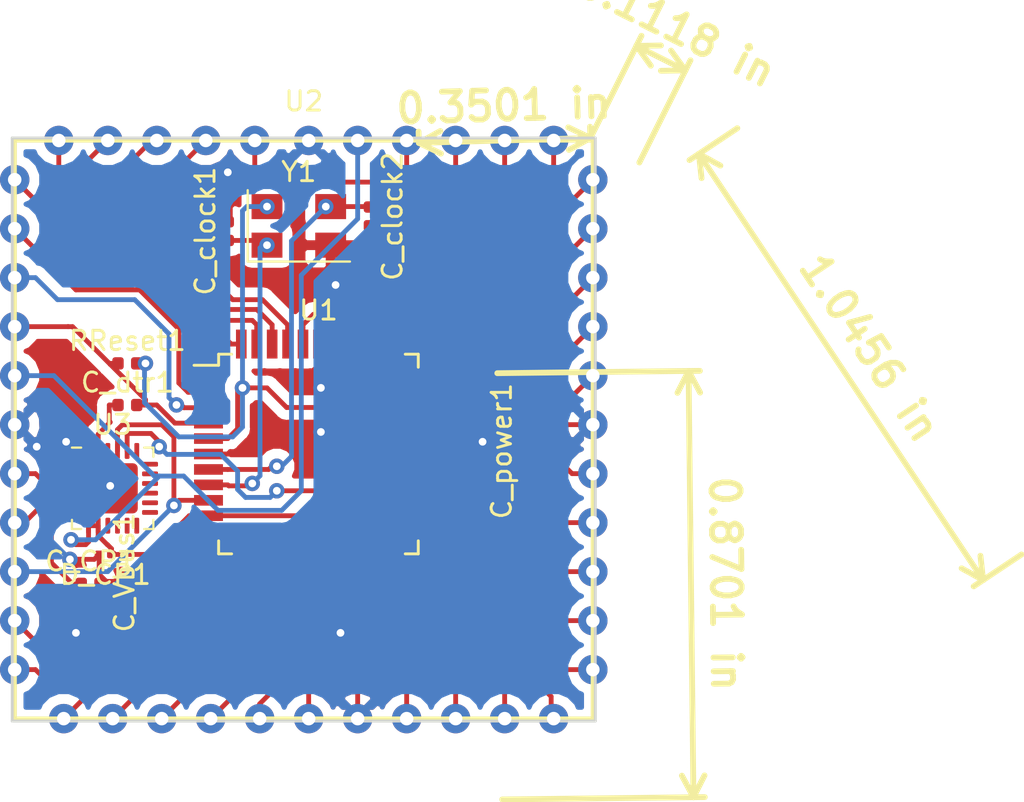
<source format=kicad_pcb>
(kicad_pcb (version 20171130) (host pcbnew 5.0.2+dfsg1-1)

  (general
    (thickness 1.6)
    (drawings 8)
    (tracks 413)
    (zones 0)
    (modules 12)
    (nets 58)
  )

  (page A4)
  (layers
    (0 F.Cu signal)
    (31 B.Cu signal)
    (32 B.Adhes user)
    (33 F.Adhes user)
    (34 B.Paste user)
    (35 F.Paste user)
    (36 B.SilkS user)
    (37 F.SilkS user)
    (38 B.Mask user)
    (39 F.Mask user)
    (40 Dwgs.User user)
    (41 Cmts.User user)
    (42 Eco1.User user)
    (43 Eco2.User user)
    (44 Edge.Cuts user)
    (45 Margin user)
    (46 B.CrtYd user)
    (47 F.CrtYd user)
    (48 B.Fab user)
    (49 F.Fab user hide)
  )

  (setup
    (last_trace_width 0.25)
    (trace_clearance 0.2)
    (zone_clearance 0.508)
    (zone_45_only no)
    (trace_min 0.2)
    (segment_width 0.2)
    (edge_width 0.15)
    (via_size 0.8)
    (via_drill 0.4)
    (via_min_size 0.4)
    (via_min_drill 0.3)
    (uvia_size 0.3)
    (uvia_drill 0.1)
    (uvias_allowed no)
    (uvia_min_size 0.2)
    (uvia_min_drill 0.1)
    (pcb_text_width 0.3)
    (pcb_text_size 1.5 1.5)
    (mod_edge_width 0.15)
    (mod_text_size 1 1)
    (mod_text_width 0.15)
    (pad_size 1.524 1.524)
    (pad_drill 0.762)
    (pad_to_mask_clearance 0.051)
    (solder_mask_min_width 0.25)
    (aux_axis_origin 0 0)
    (visible_elements FFFFFF7F)
    (pcbplotparams
      (layerselection 0x010f0_ffffffff)
      (usegerberextensions false)
      (usegerberattributes false)
      (usegerberadvancedattributes false)
      (creategerberjobfile false)
      (excludeedgelayer true)
      (linewidth 0.100000)
      (plotframeref false)
      (viasonmask false)
      (mode 1)
      (useauxorigin false)
      (hpglpennumber 1)
      (hpglpenspeed 20)
      (hpglpendiameter 15.000000)
      (psnegative false)
      (psa4output false)
      (plotreference true)
      (plotvalue false)
      (plotinvisibletext false)
      (padsonsilk false)
      (subtractmaskfromsilk false)
      (outputformat 1)
      (mirror false)
      (drillshape 0)
      (scaleselection 1)
      (outputdirectory "gerber/"))
  )

  (net 0 "")
  (net 1 "Net-(C_clock1-Pad1)")
  (net 2 GND)
  (net 3 "Net-(C_clock2-Pad1)")
  (net 4 "Net-(C_CP1-Pad1)")
  (net 5 DTR)
  (net 6 RESET)
  (net 7 VBUS)
  (net 8 PB5)
  (net 9 PB6)
  (net 10 PB7)
  (net 11 TX0)
  (net 12 RX0)
  (net 13 PD2)
  (net 14 PD3)
  (net 15 PD4)
  (net 16 PD5)
  (net 17 PD6)
  (net 18 PD7)
  (net 19 PC0)
  (net 20 PC1)
  (net 21 PC2)
  (net 22 PC3)
  (net 23 PC4)
  (net 24 PC5)
  (net 25 PC6)
  (net 26 PC7)
  (net 27 AREF)
  (net 28 PA7)
  (net 29 PA6)
  (net 30 PA5)
  (net 31 PA4)
  (net 32 PA3)
  (net 33 PA2)
  (net 34 PA1)
  (net 35 PA0)
  (net 36 PB0)
  (net 37 PB1)
  (net 38 PB2)
  (net 39 PB3)
  (net 40 PB4)
  (net 41 D+)
  (net 42 D-)
  (net 43 "Net-(U3-Pad1)")
  (net 44 "Net-(U3-Pad5)")
  (net 45 "Net-(U3-Pad9)")
  (net 46 "Net-(U3-Pad10)")
  (net 47 "Net-(U3-Pad11)")
  (net 48 "Net-(U3-Pad12)")
  (net 49 "Net-(U3-Pad13)")
  (net 50 "Net-(U3-Pad14)")
  (net 51 "Net-(U3-Pad15)")
  (net 52 "Net-(U3-Pad16)")
  (net 53 "Net-(U3-Pad17)")
  (net 54 "Net-(U3-Pad18)")
  (net 55 "Net-(U3-Pad19)")
  (net 56 "Net-(U3-Pad22)")
  (net 57 "Net-(U3-Pad24)")

  (net_class Default "This is the default net class."
    (clearance 0.2)
    (trace_width 0.25)
    (via_dia 0.8)
    (via_drill 0.4)
    (uvia_dia 0.3)
    (uvia_drill 0.1)
    (add_net AREF)
    (add_net D+)
    (add_net D-)
    (add_net DTR)
    (add_net GND)
    (add_net "Net-(C_CP1-Pad1)")
    (add_net "Net-(C_clock1-Pad1)")
    (add_net "Net-(C_clock2-Pad1)")
    (add_net "Net-(U3-Pad1)")
    (add_net "Net-(U3-Pad10)")
    (add_net "Net-(U3-Pad11)")
    (add_net "Net-(U3-Pad12)")
    (add_net "Net-(U3-Pad13)")
    (add_net "Net-(U3-Pad14)")
    (add_net "Net-(U3-Pad15)")
    (add_net "Net-(U3-Pad16)")
    (add_net "Net-(U3-Pad17)")
    (add_net "Net-(U3-Pad18)")
    (add_net "Net-(U3-Pad19)")
    (add_net "Net-(U3-Pad22)")
    (add_net "Net-(U3-Pad24)")
    (add_net "Net-(U3-Pad5)")
    (add_net "Net-(U3-Pad9)")
    (add_net PA0)
    (add_net PA1)
    (add_net PA2)
    (add_net PA3)
    (add_net PA4)
    (add_net PA5)
    (add_net PA6)
    (add_net PA7)
    (add_net PB0)
    (add_net PB1)
    (add_net PB2)
    (add_net PB3)
    (add_net PB4)
    (add_net PB5)
    (add_net PB6)
    (add_net PB7)
    (add_net PC0)
    (add_net PC1)
    (add_net PC2)
    (add_net PC3)
    (add_net PC4)
    (add_net PC5)
    (add_net PC6)
    (add_net PC7)
    (add_net PD2)
    (add_net PD3)
    (add_net PD4)
    (add_net PD5)
    (add_net PD6)
    (add_net PD7)
    (add_net RESET)
    (add_net RX0)
    (add_net TX0)
    (add_net VBUS)
  )

  (module Capacitor_SMD:C_0402_1005Metric (layer F.Cu) (tedit 5B301BBE) (tstamp 5E9FEFC1)
    (at 60.325 63.9295 90)
    (descr "Capacitor SMD 0402 (1005 Metric), square (rectangular) end terminal, IPC_7351 nominal, (Body size source: http://www.tortai-tech.com/upload/download/2011102023233369053.pdf), generated with kicad-footprint-generator")
    (tags capacitor)
    (path /5E85372D)
    (attr smd)
    (fp_text reference C_Vbus1 (at 0 -1.17 90) (layer F.SilkS)
      (effects (font (size 1 1) (thickness 0.15)))
    )
    (fp_text value 4.7pf (at 0 1.17 90) (layer F.Fab)
      (effects (font (size 1 1) (thickness 0.15)))
    )
    (fp_text user %R (at 0 0 90) (layer F.Fab)
      (effects (font (size 0.25 0.25) (thickness 0.04)))
    )
    (fp_line (start 0.93 0.47) (end -0.93 0.47) (layer F.CrtYd) (width 0.05))
    (fp_line (start 0.93 -0.47) (end 0.93 0.47) (layer F.CrtYd) (width 0.05))
    (fp_line (start -0.93 -0.47) (end 0.93 -0.47) (layer F.CrtYd) (width 0.05))
    (fp_line (start -0.93 0.47) (end -0.93 -0.47) (layer F.CrtYd) (width 0.05))
    (fp_line (start 0.5 0.25) (end -0.5 0.25) (layer F.Fab) (width 0.1))
    (fp_line (start 0.5 -0.25) (end 0.5 0.25) (layer F.Fab) (width 0.1))
    (fp_line (start -0.5 -0.25) (end 0.5 -0.25) (layer F.Fab) (width 0.1))
    (fp_line (start -0.5 0.25) (end -0.5 -0.25) (layer F.Fab) (width 0.1))
    (pad 2 smd roundrect (at 0.485 0 90) (size 0.59 0.64) (layers F.Cu F.Paste F.Mask) (roundrect_rratio 0.25)
      (net 7 VBUS))
    (pad 1 smd roundrect (at -0.485 0 90) (size 0.59 0.64) (layers F.Cu F.Paste F.Mask) (roundrect_rratio 0.25)
      (net 2 GND))
    (model ${KISYS3DMOD}/Capacitor_SMD.3dshapes/C_0402_1005Metric.wrl
      (at (xyz 0 0 0))
      (scale (xyz 1 1 1))
      (rotate (xyz 0 0 0))
    )
  )

  (module Capacitor_SMD:C_0402_1005Metric (layer F.Cu) (tedit 5B301BBE) (tstamp 5E9FEFB3)
    (at 79.883 57.635 90)
    (descr "Capacitor SMD 0402 (1005 Metric), square (rectangular) end terminal, IPC_7351 nominal, (Body size source: http://www.tortai-tech.com/upload/download/2011102023233369053.pdf), generated with kicad-footprint-generator")
    (tags capacitor)
    (path /5E84AF1C)
    (attr smd)
    (fp_text reference C_power1 (at 0 -1.17 90) (layer F.SilkS)
      (effects (font (size 1 1) (thickness 0.15)))
    )
    (fp_text value 100nF (at 0 1.17 90) (layer F.Fab)
      (effects (font (size 1 1) (thickness 0.15)))
    )
    (fp_line (start -0.5 0.25) (end -0.5 -0.25) (layer F.Fab) (width 0.1))
    (fp_line (start -0.5 -0.25) (end 0.5 -0.25) (layer F.Fab) (width 0.1))
    (fp_line (start 0.5 -0.25) (end 0.5 0.25) (layer F.Fab) (width 0.1))
    (fp_line (start 0.5 0.25) (end -0.5 0.25) (layer F.Fab) (width 0.1))
    (fp_line (start -0.93 0.47) (end -0.93 -0.47) (layer F.CrtYd) (width 0.05))
    (fp_line (start -0.93 -0.47) (end 0.93 -0.47) (layer F.CrtYd) (width 0.05))
    (fp_line (start 0.93 -0.47) (end 0.93 0.47) (layer F.CrtYd) (width 0.05))
    (fp_line (start 0.93 0.47) (end -0.93 0.47) (layer F.CrtYd) (width 0.05))
    (fp_text user %R (at 0 0 90) (layer F.Fab)
      (effects (font (size 0.25 0.25) (thickness 0.04)))
    )
    (pad 1 smd roundrect (at -0.485 0 90) (size 0.59 0.64) (layers F.Cu F.Paste F.Mask) (roundrect_rratio 0.25)
      (net 7 VBUS))
    (pad 2 smd roundrect (at 0.485 0 90) (size 0.59 0.64) (layers F.Cu F.Paste F.Mask) (roundrect_rratio 0.25)
      (net 2 GND))
    (model ${KISYS3DMOD}/Capacitor_SMD.3dshapes/C_0402_1005Metric.wrl
      (at (xyz 0 0 0))
      (scale (xyz 1 1 1))
      (rotate (xyz 0 0 0))
    )
  )

  (module Capacitor_SMD:C_0402_1005Metric (layer F.Cu) (tedit 5B301BBE) (tstamp 5E9FEFA5)
    (at 59.309 55.245)
    (descr "Capacitor SMD 0402 (1005 Metric), square (rectangular) end terminal, IPC_7351 nominal, (Body size source: http://www.tortai-tech.com/upload/download/2011102023233369053.pdf), generated with kicad-footprint-generator")
    (tags capacitor)
    (path /5E858966)
    (attr smd)
    (fp_text reference C_dtr1 (at 0 -1.17) (layer F.SilkS)
      (effects (font (size 1 1) (thickness 0.15)))
    )
    (fp_text value 100Nf (at 0 1.17) (layer F.Fab)
      (effects (font (size 1 1) (thickness 0.15)))
    )
    (fp_text user %R (at 0 0) (layer F.Fab)
      (effects (font (size 0.25 0.25) (thickness 0.04)))
    )
    (fp_line (start 0.93 0.47) (end -0.93 0.47) (layer F.CrtYd) (width 0.05))
    (fp_line (start 0.93 -0.47) (end 0.93 0.47) (layer F.CrtYd) (width 0.05))
    (fp_line (start -0.93 -0.47) (end 0.93 -0.47) (layer F.CrtYd) (width 0.05))
    (fp_line (start -0.93 0.47) (end -0.93 -0.47) (layer F.CrtYd) (width 0.05))
    (fp_line (start 0.5 0.25) (end -0.5 0.25) (layer F.Fab) (width 0.1))
    (fp_line (start 0.5 -0.25) (end 0.5 0.25) (layer F.Fab) (width 0.1))
    (fp_line (start -0.5 -0.25) (end 0.5 -0.25) (layer F.Fab) (width 0.1))
    (fp_line (start -0.5 0.25) (end -0.5 -0.25) (layer F.Fab) (width 0.1))
    (pad 2 smd roundrect (at 0.485 0) (size 0.59 0.64) (layers F.Cu F.Paste F.Mask) (roundrect_rratio 0.25)
      (net 6 RESET))
    (pad 1 smd roundrect (at -0.485 0) (size 0.59 0.64) (layers F.Cu F.Paste F.Mask) (roundrect_rratio 0.25)
      (net 5 DTR))
    (model ${KISYS3DMOD}/Capacitor_SMD.3dshapes/C_0402_1005Metric.wrl
      (at (xyz 0 0 0))
      (scale (xyz 1 1 1))
      (rotate (xyz 0 0 0))
    )
  )

  (module Capacitor_SMD:C_0402_1005Metric (layer F.Cu) (tedit 5B301BBE) (tstamp 5E9FEF97)
    (at 57.404 64.516)
    (descr "Capacitor SMD 0402 (1005 Metric), square (rectangular) end terminal, IPC_7351 nominal, (Body size source: http://www.tortai-tech.com/upload/download/2011102023233369053.pdf), generated with kicad-footprint-generator")
    (tags capacitor)
    (path /5E85D9B1)
    (attr smd)
    (fp_text reference C_CP1 (at 0 -1.17) (layer F.SilkS)
      (effects (font (size 1 1) (thickness 0.15)))
    )
    (fp_text value 100nF (at 0 1.17) (layer F.Fab)
      (effects (font (size 1 1) (thickness 0.15)))
    )
    (fp_line (start -0.5 0.25) (end -0.5 -0.25) (layer F.Fab) (width 0.1))
    (fp_line (start -0.5 -0.25) (end 0.5 -0.25) (layer F.Fab) (width 0.1))
    (fp_line (start 0.5 -0.25) (end 0.5 0.25) (layer F.Fab) (width 0.1))
    (fp_line (start 0.5 0.25) (end -0.5 0.25) (layer F.Fab) (width 0.1))
    (fp_line (start -0.93 0.47) (end -0.93 -0.47) (layer F.CrtYd) (width 0.05))
    (fp_line (start -0.93 -0.47) (end 0.93 -0.47) (layer F.CrtYd) (width 0.05))
    (fp_line (start 0.93 -0.47) (end 0.93 0.47) (layer F.CrtYd) (width 0.05))
    (fp_line (start 0.93 0.47) (end -0.93 0.47) (layer F.CrtYd) (width 0.05))
    (fp_text user %R (at 0 0) (layer F.Fab)
      (effects (font (size 0.25 0.25) (thickness 0.04)))
    )
    (pad 1 smd roundrect (at -0.485 0) (size 0.59 0.64) (layers F.Cu F.Paste F.Mask) (roundrect_rratio 0.25)
      (net 4 "Net-(C_CP1-Pad1)"))
    (pad 2 smd roundrect (at 0.485 0) (size 0.59 0.64) (layers F.Cu F.Paste F.Mask) (roundrect_rratio 0.25)
      (net 2 GND))
    (model ${KISYS3DMOD}/Capacitor_SMD.3dshapes/C_0402_1005Metric.wrl
      (at (xyz 0 0 0))
      (scale (xyz 1 1 1))
      (rotate (xyz 0 0 0))
    )
  )

  (module Resistor_SMD:R_0402_1005Metric (layer F.Cu) (tedit 5B301BBD) (tstamp 5E9FEE17)
    (at 59.309 53.086)
    (descr "Resistor SMD 0402 (1005 Metric), square (rectangular) end terminal, IPC_7351 nominal, (Body size source: http://www.tortai-tech.com/upload/download/2011102023233369053.pdf), generated with kicad-footprint-generator")
    (tags resistor)
    (path /5E84C033)
    (attr smd)
    (fp_text reference RReset1 (at 0 -1.17) (layer F.SilkS)
      (effects (font (size 1 1) (thickness 0.15)))
    )
    (fp_text value 10K (at 0 1.17) (layer F.Fab)
      (effects (font (size 1 1) (thickness 0.15)))
    )
    (fp_line (start -0.5 0.25) (end -0.5 -0.25) (layer F.Fab) (width 0.1))
    (fp_line (start -0.5 -0.25) (end 0.5 -0.25) (layer F.Fab) (width 0.1))
    (fp_line (start 0.5 -0.25) (end 0.5 0.25) (layer F.Fab) (width 0.1))
    (fp_line (start 0.5 0.25) (end -0.5 0.25) (layer F.Fab) (width 0.1))
    (fp_line (start -0.93 0.47) (end -0.93 -0.47) (layer F.CrtYd) (width 0.05))
    (fp_line (start -0.93 -0.47) (end 0.93 -0.47) (layer F.CrtYd) (width 0.05))
    (fp_line (start 0.93 -0.47) (end 0.93 0.47) (layer F.CrtYd) (width 0.05))
    (fp_line (start 0.93 0.47) (end -0.93 0.47) (layer F.CrtYd) (width 0.05))
    (fp_text user %R (at 0 0) (layer F.Fab)
      (effects (font (size 0.25 0.25) (thickness 0.04)))
    )
    (pad 1 smd roundrect (at -0.485 0) (size 0.59 0.64) (layers F.Cu F.Paste F.Mask) (roundrect_rratio 0.25)
      (net 6 RESET))
    (pad 2 smd roundrect (at 0.485 0) (size 0.59 0.64) (layers F.Cu F.Paste F.Mask) (roundrect_rratio 0.25)
      (net 7 VBUS))
    (model ${KISYS3DMOD}/Resistor_SMD.3dshapes/R_0402_1005Metric.wrl
      (at (xyz 0 0 0))
      (scale (xyz 1 1 1))
      (rotate (xyz 0 0 0))
    )
  )

  (module Package_DFN_QFN:QFN-24-1EP_4x4mm_P0.5mm_EP2.6x2.6mm (layer F.Cu) (tedit 5B4D10EE) (tstamp 5E944324)
    (at 58.547 59.563)
    (descr "QFN, 24 Pin (http://ww1.microchip.com/downloads/en/PackagingSpec/00000049BQ.pdf (Page 278)), generated with kicad-footprint-generator ipc_dfn_qfn_generator.py")
    (tags "QFN DFN_QFN")
    (path /5E849D1B)
    (attr smd)
    (fp_text reference U3 (at 0 -3.3) (layer F.SilkS)
      (effects (font (size 1 1) (thickness 0.15)))
    )
    (fp_text value CP2102N-A01-GQFN24 (at 0 3.3) (layer F.Fab)
      (effects (font (size 1 1) (thickness 0.15)))
    )
    (fp_text user %R (at 0 0) (layer F.Fab)
      (effects (font (size 1 1) (thickness 0.15)))
    )
    (fp_line (start 2.6 -2.6) (end -2.6 -2.6) (layer F.CrtYd) (width 0.05))
    (fp_line (start 2.6 2.6) (end 2.6 -2.6) (layer F.CrtYd) (width 0.05))
    (fp_line (start -2.6 2.6) (end 2.6 2.6) (layer F.CrtYd) (width 0.05))
    (fp_line (start -2.6 -2.6) (end -2.6 2.6) (layer F.CrtYd) (width 0.05))
    (fp_line (start -2 -1) (end -1 -2) (layer F.Fab) (width 0.1))
    (fp_line (start -2 2) (end -2 -1) (layer F.Fab) (width 0.1))
    (fp_line (start 2 2) (end -2 2) (layer F.Fab) (width 0.1))
    (fp_line (start 2 -2) (end 2 2) (layer F.Fab) (width 0.1))
    (fp_line (start -1 -2) (end 2 -2) (layer F.Fab) (width 0.1))
    (fp_line (start -1.635 -2.11) (end -2.11 -2.11) (layer F.SilkS) (width 0.12))
    (fp_line (start 2.11 2.11) (end 2.11 1.635) (layer F.SilkS) (width 0.12))
    (fp_line (start 1.635 2.11) (end 2.11 2.11) (layer F.SilkS) (width 0.12))
    (fp_line (start -2.11 2.11) (end -2.11 1.635) (layer F.SilkS) (width 0.12))
    (fp_line (start -1.635 2.11) (end -2.11 2.11) (layer F.SilkS) (width 0.12))
    (fp_line (start 2.11 -2.11) (end 2.11 -1.635) (layer F.SilkS) (width 0.12))
    (fp_line (start 1.635 -2.11) (end 2.11 -2.11) (layer F.SilkS) (width 0.12))
    (pad 24 smd roundrect (at -1.25 -1.9375) (size 0.25 0.825) (layers F.Cu F.Paste F.Mask) (roundrect_rratio 0.25)
      (net 57 "Net-(U3-Pad24)"))
    (pad 23 smd roundrect (at -0.75 -1.9375) (size 0.25 0.825) (layers F.Cu F.Paste F.Mask) (roundrect_rratio 0.25)
      (net 5 DTR))
    (pad 22 smd roundrect (at -0.25 -1.9375) (size 0.25 0.825) (layers F.Cu F.Paste F.Mask) (roundrect_rratio 0.25)
      (net 56 "Net-(U3-Pad22)"))
    (pad 21 smd roundrect (at 0.25 -1.9375) (size 0.25 0.825) (layers F.Cu F.Paste F.Mask) (roundrect_rratio 0.25)
      (net 11 TX0))
    (pad 20 smd roundrect (at 0.75 -1.9375) (size 0.25 0.825) (layers F.Cu F.Paste F.Mask) (roundrect_rratio 0.25)
      (net 12 RX0))
    (pad 19 smd roundrect (at 1.25 -1.9375) (size 0.25 0.825) (layers F.Cu F.Paste F.Mask) (roundrect_rratio 0.25)
      (net 55 "Net-(U3-Pad19)"))
    (pad 18 smd roundrect (at 1.9375 -1.25) (size 0.825 0.25) (layers F.Cu F.Paste F.Mask) (roundrect_rratio 0.25)
      (net 54 "Net-(U3-Pad18)"))
    (pad 17 smd roundrect (at 1.9375 -0.75) (size 0.825 0.25) (layers F.Cu F.Paste F.Mask) (roundrect_rratio 0.25)
      (net 53 "Net-(U3-Pad17)"))
    (pad 16 smd roundrect (at 1.9375 -0.25) (size 0.825 0.25) (layers F.Cu F.Paste F.Mask) (roundrect_rratio 0.25)
      (net 52 "Net-(U3-Pad16)"))
    (pad 15 smd roundrect (at 1.9375 0.25) (size 0.825 0.25) (layers F.Cu F.Paste F.Mask) (roundrect_rratio 0.25)
      (net 51 "Net-(U3-Pad15)"))
    (pad 14 smd roundrect (at 1.9375 0.75) (size 0.825 0.25) (layers F.Cu F.Paste F.Mask) (roundrect_rratio 0.25)
      (net 50 "Net-(U3-Pad14)"))
    (pad 13 smd roundrect (at 1.9375 1.25) (size 0.825 0.25) (layers F.Cu F.Paste F.Mask) (roundrect_rratio 0.25)
      (net 49 "Net-(U3-Pad13)"))
    (pad 12 smd roundrect (at 1.25 1.9375) (size 0.25 0.825) (layers F.Cu F.Paste F.Mask) (roundrect_rratio 0.25)
      (net 48 "Net-(U3-Pad12)"))
    (pad 11 smd roundrect (at 0.75 1.9375) (size 0.25 0.825) (layers F.Cu F.Paste F.Mask) (roundrect_rratio 0.25)
      (net 47 "Net-(U3-Pad11)"))
    (pad 10 smd roundrect (at 0.25 1.9375) (size 0.25 0.825) (layers F.Cu F.Paste F.Mask) (roundrect_rratio 0.25)
      (net 46 "Net-(U3-Pad10)"))
    (pad 9 smd roundrect (at -0.25 1.9375) (size 0.25 0.825) (layers F.Cu F.Paste F.Mask) (roundrect_rratio 0.25)
      (net 45 "Net-(U3-Pad9)"))
    (pad 8 smd roundrect (at -0.75 1.9375) (size 0.25 0.825) (layers F.Cu F.Paste F.Mask) (roundrect_rratio 0.25)
      (net 7 VBUS))
    (pad 7 smd roundrect (at -1.25 1.9375) (size 0.25 0.825) (layers F.Cu F.Paste F.Mask) (roundrect_rratio 0.25)
      (net 7 VBUS))
    (pad 6 smd roundrect (at -1.9375 1.25) (size 0.825 0.25) (layers F.Cu F.Paste F.Mask) (roundrect_rratio 0.25)
      (net 4 "Net-(C_CP1-Pad1)"))
    (pad 5 smd roundrect (at -1.9375 0.75) (size 0.825 0.25) (layers F.Cu F.Paste F.Mask) (roundrect_rratio 0.25)
      (net 44 "Net-(U3-Pad5)"))
    (pad 4 smd roundrect (at -1.9375 0.25) (size 0.825 0.25) (layers F.Cu F.Paste F.Mask) (roundrect_rratio 0.25)
      (net 42 D-))
    (pad 3 smd roundrect (at -1.9375 -0.25) (size 0.825 0.25) (layers F.Cu F.Paste F.Mask) (roundrect_rratio 0.25)
      (net 41 D+))
    (pad 2 smd roundrect (at -1.9375 -0.75) (size 0.825 0.25) (layers F.Cu F.Paste F.Mask) (roundrect_rratio 0.25)
      (net 2 GND))
    (pad 1 smd roundrect (at -1.9375 -1.25) (size 0.825 0.25) (layers F.Cu F.Paste F.Mask) (roundrect_rratio 0.25)
      (net 43 "Net-(U3-Pad1)"))
    (pad "" smd roundrect (at 0.65 0.65) (size 1.05 1.05) (layers F.Paste) (roundrect_rratio 0.238095))
    (pad "" smd roundrect (at 0.65 -0.65) (size 1.05 1.05) (layers F.Paste) (roundrect_rratio 0.238095))
    (pad "" smd roundrect (at -0.65 0.65) (size 1.05 1.05) (layers F.Paste) (roundrect_rratio 0.238095))
    (pad "" smd roundrect (at -0.65 -0.65) (size 1.05 1.05) (layers F.Paste) (roundrect_rratio 0.238095))
    (pad 25 smd roundrect (at 0 0) (size 2.6 2.6) (layers F.Cu F.Mask) (roundrect_rratio 0.096154)
      (net 2 GND))
    (model ${KISYS3DMOD}/Package_DFN_QFN.3dshapes/QFN-24-1EP_4x4mm_P0.5mm_EP2.6x2.6mm.wrl
      (at (xyz 0 0 0))
      (scale (xyz 1 1 1))
      (rotate (xyz 0 0 0))
    )
  )

  (module Crystal:Crystal_SMD_5032-4Pin_5.0x3.2mm (layer F.Cu) (tedit 5A0FD1B2) (tstamp 5EC1B186)
    (at 68.198 45.958)
    (descr "SMD Crystal SERIES SMD2520/4 http://www.icbase.com/File/PDF/HKC/HKC00061008.pdf, 5.0x3.2mm^2 package")
    (tags "SMD SMT crystal")
    (path /5E8809BC)
    (attr smd)
    (fp_text reference Y1 (at 0 -2.8) (layer F.SilkS)
      (effects (font (size 1 1) (thickness 0.15)))
    )
    (fp_text value Crystal_GND24 (at 0 2.8) (layer F.Fab)
      (effects (font (size 1 1) (thickness 0.15)))
    )
    (fp_line (start 2.8 -1.9) (end -2.8 -1.9) (layer F.CrtYd) (width 0.05))
    (fp_line (start 2.8 1.9) (end 2.8 -1.9) (layer F.CrtYd) (width 0.05))
    (fp_line (start -2.8 1.9) (end 2.8 1.9) (layer F.CrtYd) (width 0.05))
    (fp_line (start -2.8 -1.9) (end -2.8 1.9) (layer F.CrtYd) (width 0.05))
    (fp_line (start -2.65 1.85) (end 2.65 1.85) (layer F.SilkS) (width 0.12))
    (fp_line (start -2.65 -1.85) (end -2.65 1.85) (layer F.SilkS) (width 0.12))
    (fp_line (start -2.5 0.6) (end -1.5 1.6) (layer F.Fab) (width 0.1))
    (fp_line (start -2.5 -1.4) (end -2.3 -1.6) (layer F.Fab) (width 0.1))
    (fp_line (start -2.5 1.4) (end -2.5 -1.4) (layer F.Fab) (width 0.1))
    (fp_line (start -2.3 1.6) (end -2.5 1.4) (layer F.Fab) (width 0.1))
    (fp_line (start 2.3 1.6) (end -2.3 1.6) (layer F.Fab) (width 0.1))
    (fp_line (start 2.5 1.4) (end 2.3 1.6) (layer F.Fab) (width 0.1))
    (fp_line (start 2.5 -1.4) (end 2.5 1.4) (layer F.Fab) (width 0.1))
    (fp_line (start 2.3 -1.6) (end 2.5 -1.4) (layer F.Fab) (width 0.1))
    (fp_line (start -2.3 -1.6) (end 2.3 -1.6) (layer F.Fab) (width 0.1))
    (fp_text user %R (at 0 0) (layer F.Fab)
      (effects (font (size 1 1) (thickness 0.15)))
    )
    (pad 4 smd rect (at -1.65 -1) (size 1.6 1.3) (layers F.Cu F.Paste F.Mask)
      (net 7 VBUS))
    (pad 3 smd rect (at 1.65 -1) (size 1.6 1.3) (layers F.Cu F.Paste F.Mask)
      (net 3 "Net-(C_clock2-Pad1)"))
    (pad 2 smd rect (at 1.65 1) (size 1.6 1.3) (layers F.Cu F.Paste F.Mask)
      (net 2 GND))
    (pad 1 smd rect (at -1.65 1) (size 1.6 1.3) (layers F.Cu F.Paste F.Mask)
      (net 1 "Net-(C_clock1-Pad1)"))
    (model ${KISYS3DMOD}/Crystal.3dshapes/Crystal_SMD_5032-4Pin_5.0x3.2mm.wrl
      (at (xyz 0 0 0))
      (scale (xyz 1 1 1))
      (rotate (xyz 0 0 0))
    )
  )

  (module SQX_MOD:SQX_MOD_SMD (layer F.Cu) (tedit 5E8816C4) (tstamp 5EB65FCB)
    (at 68.454211 56.516211)
    (path /5E87B20B)
    (fp_text reference U2 (at 0 -17.018) (layer F.SilkS)
      (effects (font (size 1 1) (thickness 0.15)))
    )
    (fp_text value SQX_MOD (at 0 17.272) (layer F.Fab)
      (effects (font (size 1 1) (thickness 0.15)))
    )
    (fp_line (start -15 15) (end -15 -15) (layer F.SilkS) (width 0.25))
    (fp_line (start 15 15) (end -15 15) (layer F.SilkS) (width 0.25))
    (fp_line (start 15 -15) (end 15 15) (layer F.SilkS) (width 0.25))
    (fp_line (start -15 -15) (end 15 -15) (layer F.SilkS) (width 0.25))
    (fp_line (start -15 -15) (end -15 15) (layer F.Fab) (width 0.2))
    (fp_line (start 15 15) (end -15 15) (layer F.Fab) (width 0.2))
    (fp_line (start 15 15) (end 15 -15) (layer F.Fab) (width 0.2))
    (fp_line (start -15 -15) (end 15 -15) (layer F.Fab) (width 0.2))
    (pad D- thru_hole circle (at -14.986 4.826 270) (size 1.524 1.524) (drill 0.7) (layers *.Cu *.Mask)
      (net 42 D-))
    (pad RESET thru_hole circle (at -14.986 -5.334 270) (size 1.524 1.524) (drill 0.7) (layers *.Cu *.Mask)
      (net 6 RESET))
    (pad PD2 thru_hole circle (at -14.986 12.446 270) (size 1.524 1.524) (drill 0.7) (layers *.Cu *.Mask)
      (net 13 PD2))
    (pad PD0 thru_hole circle (at -14.986 7.366 270) (size 1.524 1.524) (drill 0.7) (layers *.Cu *.Mask)
      (net 11 TX0))
    (pad PB6 thru_hole circle (at -14.986 -10.414 270) (size 1.524 1.524) (drill 0.7) (layers *.Cu *.Mask)
      (net 9 PB6))
    (pad D+ thru_hole circle (at -14.986 2.286 270) (size 1.524 1.524) (drill 0.7) (layers *.Cu *.Mask)
      (net 41 D+))
    (pad GND0 thru_hole circle (at -14.986 -0.254 270) (size 1.524 1.524) (drill 0.7) (layers *.Cu *.Mask)
      (net 2 GND))
    (pad PD1 thru_hole circle (at -14.986 9.906 270) (size 1.524 1.524) (drill 0.7) (layers *.Cu *.Mask)
      (net 12 RX0))
    (pad PB7 thru_hole circle (at -14.986 -7.874) (size 1.524 1.524) (drill 0.7) (layers *.Cu *.Mask)
      (net 10 PB7))
    (pad PB5 thru_hole circle (at -14.986 -12.954 270) (size 1.524 1.524) (drill 0.7) (layers *.Cu *.Mask)
      (net 8 PB5))
    (pad VBUS thru_hole circle (at -14.986 -2.794 270) (size 1.524 1.524) (drill 0.7) (layers *.Cu *.Mask)
      (net 7 VBUS))
    (pad PC0 thru_hole circle (at 5.334 14.986 180) (size 1.524 1.524) (drill 0.7) (layers *.Cu *.Mask)
      (net 19 PC0))
    (pad PD5 thru_hole circle (at -7.366 14.986 180) (size 1.524 1.524) (drill 0.7) (layers *.Cu *.Mask)
      (net 16 PD5))
    (pad PC3 thru_hole circle (at 12.954 14.986 180) (size 1.524 1.524) (drill 0.7) (layers *.Cu *.Mask)
      (net 22 PC3))
    (pad PD3 thru_hole circle (at -12.446 14.986 180) (size 1.524 1.524) (drill 0.7) (layers *.Cu *.Mask)
      (net 14 PD3))
    (pad PD6 thru_hole circle (at -4.826 14.986 180) (size 1.524 1.524) (drill 0.7) (layers *.Cu *.Mask)
      (net 17 PD6))
    (pad PD7 thru_hole circle (at -2.286 14.986 180) (size 1.524 1.524) (drill 0.7) (layers *.Cu *.Mask)
      (net 18 PD7))
    (pad VCC thru_hole circle (at 0.254 14.986 180) (size 1.524 1.524) (drill 0.7) (layers *.Cu *.Mask)
      (net 7 VBUS))
    (pad PD4 thru_hole circle (at -9.906 14.986 180) (size 1.524 1.524) (drill 0.7) (layers *.Cu *.Mask)
      (net 15 PD4))
    (pad PC2 thru_hole circle (at 10.414 14.986 180) (size 1.524 1.524) (drill 0.7) (layers *.Cu *.Mask)
      (net 21 PC2))
    (pad GND1 thru_hole circle (at 2.794 14.986 180) (size 1.524 1.524) (drill 0.7) (layers *.Cu *.Mask)
      (net 2 GND))
    (pad PC1 thru_hole circle (at 7.874 14.986 180) (size 1.524 1.524) (drill 0.7) (layers *.Cu *.Mask)
      (net 20 PC1))
    (pad PA6 thru_hole circle (at 14.986 -7.874 90) (size 1.524 1.524) (drill 0.7) (layers *.Cu *.Mask)
      (net 29 PA6))
    (pad VCC thru_hole circle (at 14.986 2.286 90) (size 1.524 1.524) (drill 0.7) (layers *.Cu *.Mask)
      (net 7 VBUS))
    (pad AREF thru_hole circle (at 14.986 -2.794 90) (size 1.524 1.524) (drill 0.7) (layers *.Cu *.Mask)
      (net 27 AREF))
    (pad GND2 thru_hole circle (at 14.986 -0.254 90) (size 1.524 1.524) (drill 0.7) (layers *.Cu *.Mask)
      (net 2 GND))
    (pad PA5 thru_hole circle (at 14.986 -10.414 90) (size 1.524 1.524) (drill 0.7) (layers *.Cu *.Mask)
      (net 30 PA5))
    (pad PA4 thru_hole circle (at 14.986 -12.954 90) (size 1.524 1.524) (drill 0.7) (layers *.Cu *.Mask)
      (net 31 PA4))
    (pad PC6 thru_hole circle (at 14.986 7.366 90) (size 1.524 1.524) (drill 0.7) (layers *.Cu *.Mask)
      (net 25 PC6))
    (pad PC7 thru_hole circle (at 14.986 4.826 90) (size 1.524 1.524) (drill 0.7) (layers *.Cu *.Mask)
      (net 26 PC7))
    (pad PA7 thru_hole circle (at 14.986 -5.334 90) (size 1.524 1.524) (drill 0.7) (layers *.Cu *.Mask)
      (net 28 PA7))
    (pad PC5 thru_hole circle (at 14.986 9.906 90) (size 1.524 1.524) (drill 0.7) (layers *.Cu *.Mask)
      (net 24 PC5))
    (pad PC4 thru_hole circle (at 14.986 12.446 90) (size 1.524 1.524) (drill 0.7) (layers *.Cu *.Mask)
      (net 23 PC4))
    (pad PB4 thru_hole circle (at -12.7 -14.986) (size 1.524 1.524) (drill 0.7) (layers *.Cu *.Mask)
      (net 40 PB4))
    (pad PB3 thru_hole circle (at -10.16 -14.986) (size 1.524 1.524) (drill 0.7) (layers *.Cu *.Mask)
      (net 39 PB3))
    (pad PB2 thru_hole circle (at -7.62 -14.986) (size 1.524 1.524) (drill 0.7) (layers *.Cu *.Mask)
      (net 38 PB2))
    (pad PB1 thru_hole circle (at -5.08 -14.986) (size 1.524 1.524) (drill 0.7) (layers *.Cu *.Mask)
      (net 37 PB1))
    (pad PB0 thru_hole circle (at -2.54 -14.986) (size 1.524 1.524) (drill 0.7) (layers *.Cu *.Mask)
      (net 36 PB0))
    (pad GND3 thru_hole circle (at 0.254 -14.986) (size 1.524 1.524) (drill 0.7) (layers *.Cu *.Mask)
      (net 2 GND))
    (pad VBAT thru_hole circle (at 2.794 -14.986) (size 1.524 1.524) (drill 0.7) (layers *.Cu *.Mask)
      (net 7 VBUS))
    (pad PA0 thru_hole circle (at 5.334 -14.986) (size 1.524 1.524) (drill 0.7) (layers *.Cu *.Mask)
      (net 35 PA0))
    (pad PA1 thru_hole circle (at 7.874 -14.986) (size 1.524 1.524) (drill 0.7) (layers *.Cu *.Mask)
      (net 34 PA1))
    (pad PA2 thru_hole circle (at 10.414 -14.986) (size 1.524 1.524) (drill 0.7) (layers *.Cu *.Mask)
      (net 33 PA2))
    (pad PA3 thru_hole circle (at 12.954 -14.986) (size 1.524 1.524) (drill 0.7) (layers *.Cu *.Mask)
      (net 32 PA3))
  )

  (module Capacitor_SMD:C_0402_1005Metric (layer F.Cu) (tedit 5B301BBE) (tstamp 5EB65E9F)
    (at 64.516 46.228 90)
    (descr "Capacitor SMD 0402 (1005 Metric), square (rectangular) end terminal, IPC_7351 nominal, (Body size source: http://www.tortai-tech.com/upload/download/2011102023233369053.pdf), generated with kicad-footprint-generator")
    (tags capacitor)
    (path /5E8496E3)
    (attr smd)
    (fp_text reference C_clock1 (at 0 -1.17 90) (layer F.SilkS)
      (effects (font (size 1 1) (thickness 0.15)))
    )
    (fp_text value 22pf (at 0 1.17 90) (layer F.Fab)
      (effects (font (size 1 1) (thickness 0.15)))
    )
    (fp_text user %R (at 0 0 90) (layer F.Fab)
      (effects (font (size 0.25 0.25) (thickness 0.04)))
    )
    (fp_line (start 0.93 0.47) (end -0.93 0.47) (layer F.CrtYd) (width 0.05))
    (fp_line (start 0.93 -0.47) (end 0.93 0.47) (layer F.CrtYd) (width 0.05))
    (fp_line (start -0.93 -0.47) (end 0.93 -0.47) (layer F.CrtYd) (width 0.05))
    (fp_line (start -0.93 0.47) (end -0.93 -0.47) (layer F.CrtYd) (width 0.05))
    (fp_line (start 0.5 0.25) (end -0.5 0.25) (layer F.Fab) (width 0.1))
    (fp_line (start 0.5 -0.25) (end 0.5 0.25) (layer F.Fab) (width 0.1))
    (fp_line (start -0.5 -0.25) (end 0.5 -0.25) (layer F.Fab) (width 0.1))
    (fp_line (start -0.5 0.25) (end -0.5 -0.25) (layer F.Fab) (width 0.1))
    (pad 2 smd roundrect (at 0.485 0 90) (size 0.59 0.64) (layers F.Cu F.Paste F.Mask) (roundrect_rratio 0.25)
      (net 2 GND))
    (pad 1 smd roundrect (at -0.485 0 90) (size 0.59 0.64) (layers F.Cu F.Paste F.Mask) (roundrect_rratio 0.25)
      (net 1 "Net-(C_clock1-Pad1)"))
    (model ${KISYS3DMOD}/Capacitor_SMD.3dshapes/C_0402_1005Metric.wrl
      (at (xyz 0 0 0))
      (scale (xyz 1 1 1))
      (rotate (xyz 0 0 0))
    )
  )

  (module Capacitor_SMD:C_0402_1005Metric (layer F.Cu) (tedit 5B301BBE) (tstamp 5EB65EAE)
    (at 71.882 45.466 270)
    (descr "Capacitor SMD 0402 (1005 Metric), square (rectangular) end terminal, IPC_7351 nominal, (Body size source: http://www.tortai-tech.com/upload/download/2011102023233369053.pdf), generated with kicad-footprint-generator")
    (tags capacitor)
    (path /5E849762)
    (attr smd)
    (fp_text reference C_clock2 (at 0 -1.17 270) (layer F.SilkS)
      (effects (font (size 1 1) (thickness 0.15)))
    )
    (fp_text value 22pf (at 0 1.17 270) (layer F.Fab)
      (effects (font (size 1 1) (thickness 0.15)))
    )
    (fp_text user %R (at 0 0 270) (layer F.Fab)
      (effects (font (size 0.25 0.25) (thickness 0.04)))
    )
    (fp_line (start 0.93 0.47) (end -0.93 0.47) (layer F.CrtYd) (width 0.05))
    (fp_line (start 0.93 -0.47) (end 0.93 0.47) (layer F.CrtYd) (width 0.05))
    (fp_line (start -0.93 -0.47) (end 0.93 -0.47) (layer F.CrtYd) (width 0.05))
    (fp_line (start -0.93 0.47) (end -0.93 -0.47) (layer F.CrtYd) (width 0.05))
    (fp_line (start 0.5 0.25) (end -0.5 0.25) (layer F.Fab) (width 0.1))
    (fp_line (start 0.5 -0.25) (end 0.5 0.25) (layer F.Fab) (width 0.1))
    (fp_line (start -0.5 -0.25) (end 0.5 -0.25) (layer F.Fab) (width 0.1))
    (fp_line (start -0.5 0.25) (end -0.5 -0.25) (layer F.Fab) (width 0.1))
    (pad 2 smd roundrect (at 0.485 0 270) (size 0.59 0.64) (layers F.Cu F.Paste F.Mask) (roundrect_rratio 0.25)
      (net 2 GND))
    (pad 1 smd roundrect (at -0.485 0 270) (size 0.59 0.64) (layers F.Cu F.Paste F.Mask) (roundrect_rratio 0.25)
      (net 3 "Net-(C_clock2-Pad1)"))
    (model ${KISYS3DMOD}/Capacitor_SMD.3dshapes/C_0402_1005Metric.wrl
      (at (xyz 0 0 0))
      (scale (xyz 1 1 1))
      (rotate (xyz 0 0 0))
    )
  )

  (module Diode_SMD:D_0201_0603Metric (layer F.Cu) (tedit 5B301BBE) (tstamp 5EB65F1C)
    (at 58.166 62.992 180)
    (descr "Diode SMD 0201 (0603 Metric), square (rectangular) end terminal, IPC_7351 nominal, (Body size source: https://www.vishay.com/docs/20052/crcw0201e3.pdf), generated with kicad-footprint-generator")
    (tags diode)
    (path /5E84EC1E)
    (attr smd)
    (fp_text reference D_CP1 (at 0 -1.05 180) (layer F.SilkS)
      (effects (font (size 1 1) (thickness 0.15)))
    )
    (fp_text value D_TVS (at 0 1.05 180) (layer F.Fab)
      (effects (font (size 1 1) (thickness 0.15)))
    )
    (fp_text user %R (at 0 -0.68 180) (layer F.Fab)
      (effects (font (size 0.25 0.25) (thickness 0.04)))
    )
    (fp_line (start 0.7 0.35) (end -0.7 0.35) (layer F.CrtYd) (width 0.05))
    (fp_line (start 0.7 -0.35) (end 0.7 0.35) (layer F.CrtYd) (width 0.05))
    (fp_line (start -0.7 -0.35) (end 0.7 -0.35) (layer F.CrtYd) (width 0.05))
    (fp_line (start -0.7 0.35) (end -0.7 -0.35) (layer F.CrtYd) (width 0.05))
    (fp_line (start -0.1 0.15) (end -0.1 -0.15) (layer F.Fab) (width 0.1))
    (fp_line (start -0.2 0.15) (end -0.2 -0.15) (layer F.Fab) (width 0.1))
    (fp_line (start 0.3 0.15) (end -0.3 0.15) (layer F.Fab) (width 0.1))
    (fp_line (start 0.3 -0.15) (end 0.3 0.15) (layer F.Fab) (width 0.1))
    (fp_line (start -0.3 -0.15) (end 0.3 -0.15) (layer F.Fab) (width 0.1))
    (fp_line (start -0.3 0.15) (end -0.3 -0.15) (layer F.Fab) (width 0.1))
    (fp_circle (center -0.86 0) (end -0.81 0) (layer F.SilkS) (width 0.1))
    (pad 2 smd roundrect (at 0.32 0 180) (size 0.46 0.4) (layers F.Cu F.Mask) (roundrect_rratio 0.25)
      (net 2 GND))
    (pad 1 smd roundrect (at -0.32 0 180) (size 0.46 0.4) (layers F.Cu F.Mask) (roundrect_rratio 0.25)
      (net 7 VBUS))
    (pad "" smd roundrect (at 0.345 0 180) (size 0.318 0.36) (layers F.Paste) (roundrect_rratio 0.25))
    (pad "" smd roundrect (at -0.345 0 180) (size 0.318 0.36) (layers F.Paste) (roundrect_rratio 0.25))
    (model ${KISYS3DMOD}/Diode_SMD.3dshapes/D_0201_0603Metric.wrl
      (at (xyz 0 0 0))
      (scale (xyz 1 1 1))
      (rotate (xyz 0 0 0))
    )
  )

  (module Package_QFP:TQFP-44_10x10mm_P0.8mm (layer F.Cu) (tedit 5A02F146) (tstamp 5EB65F92)
    (at 69.215 57.785)
    (descr "44-Lead Plastic Thin Quad Flatpack (PT) - 10x10x1.0 mm Body [TQFP] (see Microchip Packaging Specification 00000049BS.pdf)")
    (tags "QFP 0.8")
    (path /5E849067)
    (attr smd)
    (fp_text reference U1 (at 0 -7.45) (layer F.SilkS)
      (effects (font (size 1 1) (thickness 0.15)))
    )
    (fp_text value ATmega1284P-AU (at 0 7.45) (layer F.Fab)
      (effects (font (size 1 1) (thickness 0.15)))
    )
    (fp_line (start -5.175 -4.6) (end -6.45 -4.6) (layer F.SilkS) (width 0.15))
    (fp_line (start 5.175 -5.175) (end 4.5 -5.175) (layer F.SilkS) (width 0.15))
    (fp_line (start 5.175 5.175) (end 4.5 5.175) (layer F.SilkS) (width 0.15))
    (fp_line (start -5.175 5.175) (end -4.5 5.175) (layer F.SilkS) (width 0.15))
    (fp_line (start -5.175 -5.175) (end -4.5 -5.175) (layer F.SilkS) (width 0.15))
    (fp_line (start -5.175 5.175) (end -5.175 4.5) (layer F.SilkS) (width 0.15))
    (fp_line (start 5.175 5.175) (end 5.175 4.5) (layer F.SilkS) (width 0.15))
    (fp_line (start 5.175 -5.175) (end 5.175 -4.5) (layer F.SilkS) (width 0.15))
    (fp_line (start -5.175 -5.175) (end -5.175 -4.6) (layer F.SilkS) (width 0.15))
    (fp_line (start -6.7 6.7) (end 6.7 6.7) (layer F.CrtYd) (width 0.05))
    (fp_line (start -6.7 -6.7) (end 6.7 -6.7) (layer F.CrtYd) (width 0.05))
    (fp_line (start 6.7 -6.7) (end 6.7 6.7) (layer F.CrtYd) (width 0.05))
    (fp_line (start -6.7 -6.7) (end -6.7 6.7) (layer F.CrtYd) (width 0.05))
    (fp_line (start -5 -4) (end -4 -5) (layer F.Fab) (width 0.15))
    (fp_line (start -5 5) (end -5 -4) (layer F.Fab) (width 0.15))
    (fp_line (start 5 5) (end -5 5) (layer F.Fab) (width 0.15))
    (fp_line (start 5 -5) (end 5 5) (layer F.Fab) (width 0.15))
    (fp_line (start -4 -5) (end 5 -5) (layer F.Fab) (width 0.15))
    (fp_text user %R (at 0 0) (layer F.Fab)
      (effects (font (size 1 1) (thickness 0.15)))
    )
    (pad 44 smd rect (at -4 -5.7 90) (size 1.5 0.55) (layers F.Cu F.Paste F.Mask)
      (net 40 PB4))
    (pad 43 smd rect (at -3.2 -5.7 90) (size 1.5 0.55) (layers F.Cu F.Paste F.Mask)
      (net 39 PB3))
    (pad 42 smd rect (at -2.4 -5.7 90) (size 1.5 0.55) (layers F.Cu F.Paste F.Mask)
      (net 38 PB2))
    (pad 41 smd rect (at -1.6 -5.7 90) (size 1.5 0.55) (layers F.Cu F.Paste F.Mask)
      (net 37 PB1))
    (pad 40 smd rect (at -0.8 -5.7 90) (size 1.5 0.55) (layers F.Cu F.Paste F.Mask)
      (net 36 PB0))
    (pad 39 smd rect (at 0 -5.7 90) (size 1.5 0.55) (layers F.Cu F.Paste F.Mask)
      (net 2 GND))
    (pad 38 smd rect (at 0.8 -5.7 90) (size 1.5 0.55) (layers F.Cu F.Paste F.Mask)
      (net 7 VBUS))
    (pad 37 smd rect (at 1.6 -5.7 90) (size 1.5 0.55) (layers F.Cu F.Paste F.Mask)
      (net 35 PA0))
    (pad 36 smd rect (at 2.4 -5.7 90) (size 1.5 0.55) (layers F.Cu F.Paste F.Mask)
      (net 34 PA1))
    (pad 35 smd rect (at 3.2 -5.7 90) (size 1.5 0.55) (layers F.Cu F.Paste F.Mask)
      (net 33 PA2))
    (pad 34 smd rect (at 4 -5.7 90) (size 1.5 0.55) (layers F.Cu F.Paste F.Mask)
      (net 32 PA3))
    (pad 33 smd rect (at 5.7 -4) (size 1.5 0.55) (layers F.Cu F.Paste F.Mask)
      (net 31 PA4))
    (pad 32 smd rect (at 5.7 -3.2) (size 1.5 0.55) (layers F.Cu F.Paste F.Mask)
      (net 30 PA5))
    (pad 31 smd rect (at 5.7 -2.4) (size 1.5 0.55) (layers F.Cu F.Paste F.Mask)
      (net 29 PA6))
    (pad 30 smd rect (at 5.7 -1.6) (size 1.5 0.55) (layers F.Cu F.Paste F.Mask)
      (net 28 PA7))
    (pad 29 smd rect (at 5.7 -0.8) (size 1.5 0.55) (layers F.Cu F.Paste F.Mask)
      (net 27 AREF))
    (pad 28 smd rect (at 5.7 0) (size 1.5 0.55) (layers F.Cu F.Paste F.Mask)
      (net 2 GND))
    (pad 27 smd rect (at 5.7 0.8) (size 1.5 0.55) (layers F.Cu F.Paste F.Mask)
      (net 7 VBUS))
    (pad 26 smd rect (at 5.7 1.6) (size 1.5 0.55) (layers F.Cu F.Paste F.Mask)
      (net 26 PC7))
    (pad 25 smd rect (at 5.7 2.4) (size 1.5 0.55) (layers F.Cu F.Paste F.Mask)
      (net 25 PC6))
    (pad 24 smd rect (at 5.7 3.2) (size 1.5 0.55) (layers F.Cu F.Paste F.Mask)
      (net 24 PC5))
    (pad 23 smd rect (at 5.7 4) (size 1.5 0.55) (layers F.Cu F.Paste F.Mask)
      (net 23 PC4))
    (pad 22 smd rect (at 4 5.7 90) (size 1.5 0.55) (layers F.Cu F.Paste F.Mask)
      (net 22 PC3))
    (pad 21 smd rect (at 3.2 5.7 90) (size 1.5 0.55) (layers F.Cu F.Paste F.Mask)
      (net 21 PC2))
    (pad 20 smd rect (at 2.4 5.7 90) (size 1.5 0.55) (layers F.Cu F.Paste F.Mask)
      (net 20 PC1))
    (pad 19 smd rect (at 1.6 5.7 90) (size 1.5 0.55) (layers F.Cu F.Paste F.Mask)
      (net 19 PC0))
    (pad 18 smd rect (at 0.8 5.7 90) (size 1.5 0.55) (layers F.Cu F.Paste F.Mask)
      (net 2 GND))
    (pad 17 smd rect (at 0 5.7 90) (size 1.5 0.55) (layers F.Cu F.Paste F.Mask)
      (net 7 VBUS))
    (pad 16 smd rect (at -0.8 5.7 90) (size 1.5 0.55) (layers F.Cu F.Paste F.Mask)
      (net 18 PD7))
    (pad 15 smd rect (at -1.6 5.7 90) (size 1.5 0.55) (layers F.Cu F.Paste F.Mask)
      (net 17 PD6))
    (pad 14 smd rect (at -2.4 5.7 90) (size 1.5 0.55) (layers F.Cu F.Paste F.Mask)
      (net 16 PD5))
    (pad 13 smd rect (at -3.2 5.7 90) (size 1.5 0.55) (layers F.Cu F.Paste F.Mask)
      (net 15 PD4))
    (pad 12 smd rect (at -4 5.7 90) (size 1.5 0.55) (layers F.Cu F.Paste F.Mask)
      (net 14 PD3))
    (pad 11 smd rect (at -5.7 4) (size 1.5 0.55) (layers F.Cu F.Paste F.Mask)
      (net 13 PD2))
    (pad 10 smd rect (at -5.7 3.2) (size 1.5 0.55) (layers F.Cu F.Paste F.Mask)
      (net 12 RX0))
    (pad 9 smd rect (at -5.7 2.4) (size 1.5 0.55) (layers F.Cu F.Paste F.Mask)
      (net 11 TX0))
    (pad 8 smd rect (at -5.7 1.6) (size 1.5 0.55) (layers F.Cu F.Paste F.Mask)
      (net 1 "Net-(C_clock1-Pad1)"))
    (pad 7 smd rect (at -5.7 0.8) (size 1.5 0.55) (layers F.Cu F.Paste F.Mask)
      (net 3 "Net-(C_clock2-Pad1)"))
    (pad 6 smd rect (at -5.7 0) (size 1.5 0.55) (layers F.Cu F.Paste F.Mask)
      (net 2 GND))
    (pad 5 smd rect (at -5.7 -0.8) (size 1.5 0.55) (layers F.Cu F.Paste F.Mask)
      (net 7 VBUS))
    (pad 4 smd rect (at -5.7 -1.6) (size 1.5 0.55) (layers F.Cu F.Paste F.Mask)
      (net 6 RESET))
    (pad 3 smd rect (at -5.7 -2.4) (size 1.5 0.55) (layers F.Cu F.Paste F.Mask)
      (net 10 PB7))
    (pad 2 smd rect (at -5.7 -3.2) (size 1.5 0.55) (layers F.Cu F.Paste F.Mask)
      (net 9 PB6))
    (pad 1 smd rect (at -5.7 -4) (size 1.5 0.55) (layers F.Cu F.Paste F.Mask)
      (net 8 PB5))
    (model ${KISYS3DMOD}/Package_QFP.3dshapes/TQFP-44_10x10mm_P0.8mm.wrl
      (at (xyz 0 0 0))
      (scale (xyz 1 1 1))
      (rotate (xyz 0 0 0))
    )
  )

  (gr_line (start 53.34 41.402) (end 83.566 41.402) (layer Edge.Cuts) (width 0.15))
  (gr_line (start 53.34 71.628) (end 53.34 41.402) (layer Edge.Cuts) (width 0.15))
  (gr_line (start 83.566 71.628) (end 53.34 71.628) (layer Edge.Cuts) (width 0.15))
  (gr_line (start 83.566 41.402) (end 83.566 71.628) (layer Edge.Cuts) (width 0.15))
  (dimension 22.09946 (width 0.3) (layer F.SilkS)
    (gr_text "22.099 mm" (at 90.629229 64.504883 -89.34145682) (layer F.SilkS)
      (effects (font (size 1.5 1.5) (thickness 0.3)))
    )
    (feature1 (pts (xy 78.486 53.594) (xy 88.98875 53.473279)))
    (feature2 (pts (xy 78.74 75.692) (xy 89.24275 75.571279)))
    (crossbar (pts (xy 88.656368 75.578019) (xy 88.402368 53.480019)))
    (arrow1a (pts (xy 88.402368 53.480019) (xy 89.001697 54.599708)))
    (arrow1b (pts (xy 88.402368 53.480019) (xy 87.828933 54.613188)))
    (arrow2a (pts (xy 88.656368 75.578019) (xy 89.229803 74.44485)))
    (arrow2b (pts (xy 88.656368 75.578019) (xy 88.057039 74.45833)))
  )
  (dimension 26.558491 (width 0.3) (layer F.SilkS)
    (gr_text "26.558 mm" (at 94.557771 54.436485 303.6900675) (layer F.SilkS)
      (effects (font (size 1.5 1.5) (thickness 0.3)))
    )
    (feature1 (pts (xy 105.664 62.992) (xy 103.183146 64.645903)))
    (feature2 (pts (xy 90.932 40.894) (xy 88.451146 42.547903)))
    (crossbar (pts (xy 88.939077 42.222615) (xy 103.671077 64.320615)))
    (arrow1a (pts (xy 103.671077 64.320615) (xy 102.558274 63.708595)))
    (arrow1b (pts (xy 103.671077 64.320615) (xy 103.534137 63.05802)))
    (arrow2a (pts (xy 88.939077 42.222615) (xy 89.076017 43.48521)))
    (arrow2b (pts (xy 88.939077 42.222615) (xy 90.05188 42.834635)))
  )
  (dimension 2.839806 (width 0.3) (layer F.SilkS)
    (gr_text "2.840 mm" (at 87.908749 35.383504 333.4349488) (layer F.SilkS)
      (effects (font (size 1.5 1.5) (thickness 0.3)))
    )
    (feature1 (pts (xy 85.852 42.672) (xy 88.501855 37.37229)))
    (feature2 (pts (xy 83.312 41.402) (xy 85.961855 36.10229)))
    (crossbar (pts (xy 85.6996 36.626801) (xy 88.2396 37.896801)))
    (arrow1a (pts (xy 88.2396 37.896801) (xy 86.969769 37.917524)))
    (arrow1b (pts (xy 88.2396 37.896801) (xy 87.49428 36.868503)))
    (arrow2a (pts (xy 85.6996 36.626801) (xy 86.44492 37.655099)))
    (arrow2b (pts (xy 85.6996 36.626801) (xy 86.969431 36.606078)))
  )
  (dimension 8.893628 (width 0.3) (layer F.SilkS)
    (gr_text "8.894 mm" (at 78.807024 39.429857 1.636577042) (layer F.SilkS)
      (effects (font (size 1.5 1.5) (thickness 0.3)))
    )
    (feature1 (pts (xy 74.422 41.656) (xy 74.405252 41.069818)))
    (feature2 (pts (xy 83.312 41.402) (xy 83.295252 40.815818)))
    (crossbar (pts (xy 83.312 41.402) (xy 74.422 41.656)))
    (arrow1a (pts (xy 74.422 41.656) (xy 75.531296 41.037646)))
    (arrow1b (pts (xy 74.422 41.656) (xy 75.564792 42.210009)))
    (arrow2a (pts (xy 83.312 41.402) (xy 82.169208 40.847991)))
    (arrow2b (pts (xy 83.312 41.402) (xy 82.202704 42.020354)))
  )

  (segment (start 64.515 59.385) (end 64.566 59.436) (width 0.25) (layer F.Cu) (net 1))
  (segment (start 63.515 59.385) (end 64.515 59.385) (width 0.25) (layer F.Cu) (net 1))
  (via (at 65.786 59.31) (size 0.8) (drill 0.4) (layers F.Cu B.Cu) (net 1))
  (segment (start 64.566 59.436) (end 65.66 59.436) (width 0.25) (layer F.Cu) (net 1))
  (segment (start 65.66 59.436) (end 65.786 59.31) (width 0.25) (layer F.Cu) (net 1))
  (segment (start 66.303 46.713) (end 66.548 46.958) (width 0.25) (layer F.Cu) (net 1))
  (segment (start 64.516 46.713) (end 66.303 46.713) (width 0.25) (layer F.Cu) (net 1))
  (segment (start 66.326 46.958) (end 66.548 46.958) (width 0.25) (layer B.Cu) (net 1))
  (segment (start 66.185999 47.098001) (end 66.326 46.958) (width 0.25) (layer B.Cu) (net 1))
  (segment (start 66.185999 58.910001) (end 66.185999 47.098001) (width 0.25) (layer B.Cu) (net 1))
  (segment (start 65.786 59.31) (end 66.185999 58.910001) (width 0.25) (layer B.Cu) (net 1))
  (via (at 66.548 46.958) (size 0.8) (drill 0.4) (layers F.Cu B.Cu) (net 1))
  (via (at 56.134 57.15) (size 0.8) (drill 0.4) (layers F.Cu B.Cu) (net 2))
  (segment (start 56.388 57.404) (end 56.134 57.15) (width 0.25) (layer F.Cu) (net 2))
  (segment (start 56.134 57.15) (end 58.42 59.436) (width 0.25) (layer B.Cu) (net 2))
  (segment (start 58.42 59.436) (end 58.42 59.436) (width 0.25) (layer B.Cu) (net 2) (tstamp 5EB6936A))
  (via (at 58.42 59.436) (size 0.8) (drill 0.4) (layers F.Cu B.Cu) (net 2))
  (via (at 77.724 57.15) (size 0.8) (drill 0.4) (layers F.Cu B.Cu) (net 2))
  (via (at 70.358 67.056) (size 0.8) (drill 0.4) (layers F.Cu B.Cu) (net 2))
  (via (at 56.642 67.056) (size 0.8) (drill 0.4) (layers F.Cu B.Cu) (net 2))
  (segment (start 77.089 57.785) (end 77.724 57.15) (width 0.25) (layer F.Cu) (net 2))
  (segment (start 74.915 57.785) (end 77.089 57.785) (width 0.25) (layer F.Cu) (net 2))
  (segment (start 70.015 64.485) (end 70.015 63.485) (width 0.25) (layer F.Cu) (net 2))
  (segment (start 70.015 66.147315) (end 70.015 64.485) (width 0.25) (layer F.Cu) (net 2))
  (segment (start 70.358 66.490315) (end 70.015 66.147315) (width 0.25) (layer F.Cu) (net 2))
  (segment (start 70.358 67.056) (end 70.358 66.490315) (width 0.25) (layer F.Cu) (net 2))
  (segment (start 57.846 64.0205) (end 58.3415 64.516) (width 0.25) (layer F.Cu) (net 2))
  (segment (start 57.846 62.992) (end 57.846 64.0205) (width 0.25) (layer F.Cu) (net 2))
  (via (at 54.61 57.404) (size 0.8) (drill 0.4) (layers F.Cu B.Cu) (net 2))
  (via (at 69.342 54.356) (size 0.8) (drill 0.4) (layers F.Cu B.Cu) (net 2))
  (segment (start 69.342 54.356) (end 69.342 53.086) (width 0.25) (layer F.Cu) (net 2))
  (segment (start 69.215 53.085) (end 69.215 52.085) (width 0.25) (layer F.Cu) (net 2))
  (segment (start 69.216 53.086) (end 69.215 53.085) (width 0.25) (layer F.Cu) (net 2))
  (segment (start 69.342 53.086) (end 69.216 53.086) (width 0.25) (layer F.Cu) (net 2))
  (segment (start 64.515 57.785) (end 64.642 57.658) (width 0.25) (layer F.Cu) (net 2))
  (segment (start 63.515 57.785) (end 64.515 57.785) (width 0.25) (layer F.Cu) (net 2))
  (segment (start 64.642 57.658) (end 66.294 57.658) (width 0.25) (layer F.Cu) (net 2))
  (segment (start 66.294 57.658) (end 67.31 56.642) (width 0.25) (layer F.Cu) (net 2))
  (via (at 69.342 56.642) (size 0.8) (drill 0.4) (layers F.Cu B.Cu) (net 2))
  (segment (start 67.31 56.642) (end 69.342 56.642) (width 0.25) (layer F.Cu) (net 2))
  (segment (start 56.019 58.813) (end 56.6095 58.813) (width 0.25) (layer F.Cu) (net 2))
  (segment (start 54.61 57.404) (end 56.019 58.813) (width 0.25) (layer F.Cu) (net 2))
  (segment (start 56.134 57.15) (end 56.134 55.626) (width 0.25) (layer B.Cu) (net 2))
  (segment (start 54.61 57.404) (end 55.335001 58.129001) (width 0.25) (layer B.Cu) (net 2))
  (segment (start 55.335001 62.250003) (end 56.330998 63.246) (width 0.25) (layer B.Cu) (net 2))
  (segment (start 55.335001 58.129001) (end 55.335001 62.250003) (width 0.25) (layer B.Cu) (net 2))
  (segment (start 56.330998 63.246) (end 56.330998 63.246) (width 0.25) (layer B.Cu) (net 2) (tstamp 5EB698B6))
  (via (at 56.330998 63.246) (size 0.8) (drill 0.4) (layers F.Cu B.Cu) (net 2))
  (segment (start 57.592 63.246) (end 57.846 62.992) (width 0.25) (layer F.Cu) (net 2))
  (segment (start 56.330998 63.246) (end 57.592 63.246) (width 0.25) (layer F.Cu) (net 2))
  (segment (start 80.965789 56.262211) (end 83.16599 56.262211) (width 0.25) (layer F.Cu) (net 2))
  (segment (start 80.683 56.545) (end 80.965789 56.262211) (width 0.25) (layer F.Cu) (net 2))
  (segment (start 79.883 56.545) (end 80.683 56.545) (width 0.25) (layer F.Cu) (net 2))
  (segment (start 77.724 57.15) (end 79.278 57.15) (width 0.25) (layer F.Cu) (net 2))
  (segment (start 71.248211 68.511896) (end 71.248211 71.22799) (width 0.25) (layer F.Cu) (net 2))
  (segment (start 70.358 67.621685) (end 71.248211 68.511896) (width 0.25) (layer F.Cu) (net 2))
  (segment (start 70.358 67.056) (end 70.358 67.621685) (width 0.25) (layer F.Cu) (net 2))
  (via (at 64.516 43.18) (size 0.8) (drill 0.4) (layers F.Cu B.Cu) (net 2))
  (segment (start 64.516 43.18) (end 67.056 43.18) (width 0.25) (layer B.Cu) (net 2))
  (segment (start 68.43399 41.80201) (end 68.708211 41.80201) (width 0.25) (layer B.Cu) (net 2))
  (segment (start 67.056 43.18) (end 68.43399 41.80201) (width 0.25) (layer B.Cu) (net 2))
  (via (at 70.104 49.022) (size 0.8) (drill 0.4) (layers F.Cu B.Cu) (net 2))
  (segment (start 53.74001 56.53401) (end 53.74001 56.262211) (width 0.25) (layer F.Cu) (net 2))
  (segment (start 54.61 57.404) (end 53.74001 56.53401) (width 0.25) (layer F.Cu) (net 2))
  (segment (start 58.443 64.4145) (end 60.325 64.4145) (width 0.25) (layer F.Cu) (net 2))
  (segment (start 58.3415 64.516) (end 58.443 64.4145) (width 0.25) (layer F.Cu) (net 2))
  (segment (start 79.8 56.672) (end 79.756 56.672) (width 0.25) (layer F.Cu) (net 2))
  (segment (start 79.883 56.755) (end 79.8 56.672) (width 0.25) (layer F.Cu) (net 2))
  (segment (start 79.883 57.15) (end 79.883 56.755) (width 0.25) (layer F.Cu) (net 2))
  (segment (start 79.278 57.15) (end 79.756 56.672) (width 0.25) (layer F.Cu) (net 2))
  (segment (start 79.756 56.672) (end 79.883 56.545) (width 0.25) (layer F.Cu) (net 2))
  (segment (start 71.859 44.958) (end 71.882 44.981) (width 0.25) (layer F.Cu) (net 3))
  (segment (start 69.848 44.958) (end 71.859 44.958) (width 0.25) (layer F.Cu) (net 3))
  (segment (start 69.848 44.958) (end 69.46 44.958) (width 0.25) (layer F.Cu) (net 3))
  (segment (start 66.802 58.42) (end 67.056 58.42) (width 0.25) (layer F.Cu) (net 3))
  (via (at 67.056 58.42) (size 0.8) (drill 0.4) (layers F.Cu B.Cu) (net 3))
  (segment (start 64.515 58.585) (end 66.637 58.585) (width 0.25) (layer F.Cu) (net 3))
  (segment (start 66.637 58.585) (end 66.802 58.42) (width 0.25) (layer F.Cu) (net 3))
  (segment (start 63.515 58.585) (end 64.515 58.585) (width 0.25) (layer F.Cu) (net 3))
  (via (at 69.596 44.958) (size 0.8) (drill 0.4) (layers F.Cu B.Cu) (net 3))
  (segment (start 69.342 45.212) (end 69.596 44.958) (width 0.25) (layer B.Cu) (net 3))
  (segment (start 67.818 46.736) (end 69.342 45.212) (width 0.25) (layer B.Cu) (net 3))
  (segment (start 67.818 57.912) (end 67.818 46.736) (width 0.25) (layer B.Cu) (net 3))
  (segment (start 67.056 58.42) (end 67.31 58.42) (width 0.25) (layer B.Cu) (net 3))
  (segment (start 67.31 58.42) (end 67.818 57.912) (width 0.25) (layer B.Cu) (net 3))
  (segment (start 55.773 60.813) (end 56.6095 60.813) (width 0.25) (layer F.Cu) (net 4))
  (segment (start 55.372 61.214) (end 55.773 60.813) (width 0.25) (layer F.Cu) (net 4))
  (segment (start 56.4665 64.516) (end 55.372 63.4215) (width 0.25) (layer F.Cu) (net 4))
  (segment (start 55.372 63.4215) (end 55.372 61.214) (width 0.25) (layer F.Cu) (net 4))
  (segment (start 56.919 64.516) (end 56.4665 64.516) (width 0.25) (layer F.Cu) (net 4))
  (segment (start 57.797 56.757) (end 57.797 57.6255) (width 0.25) (layer F.Cu) (net 5))
  (segment (start 58.3715 56.0855) (end 58.42 56.134) (width 0.25) (layer F.Cu) (net 5))
  (segment (start 58.42 56.134) (end 57.797 56.757) (width 0.25) (layer F.Cu) (net 5))
  (segment (start 58.824 55.245) (end 58.3715 55.245) (width 0.25) (layer F.Cu) (net 5))
  (segment (start 58.3715 55.245) (end 58.3715 56.0855) (width 0.25) (layer F.Cu) (net 5))
  (segment (start 56.234289 51.182211) (end 56.2355 51.181) (width 0.25) (layer F.Cu) (net 6))
  (segment (start 53.468211 51.182211) (end 56.234289 51.182211) (width 0.25) (layer F.Cu) (net 6))
  (segment (start 62.515 56.185) (end 63.515 56.185) (width 0.25) (layer F.Cu) (net 6))
  (segment (start 61.774 56.185) (end 62.515 56.185) (width 0.25) (layer F.Cu) (net 6))
  (segment (start 60.834 55.245) (end 61.774 56.185) (width 0.25) (layer F.Cu) (net 6))
  (segment (start 60.2465 55.245) (end 60.834 55.245) (width 0.25) (layer F.Cu) (net 6))
  (segment (start 60.189 55.245) (end 60.2465 55.245) (width 0.25) (layer F.Cu) (net 6))
  (segment (start 59.794 55.245) (end 60.189 55.245) (width 0.25) (layer F.Cu) (net 6))
  (segment (start 56.234289 51.182211) (end 56.467711 51.182211) (width 0.25) (layer F.Cu) (net 6))
  (segment (start 60.2465 54.961) (end 60.2465 55.245) (width 0.25) (layer F.Cu) (net 6))
  (segment (start 58.429 53.086) (end 58.824 53.086) (width 0.25) (layer F.Cu) (net 6))
  (segment (start 58.42 53.095) (end 58.429 53.086) (width 0.25) (layer F.Cu) (net 6))
  (segment (start 58.42 53.1345) (end 58.42 53.095) (width 0.25) (layer F.Cu) (net 6))
  (segment (start 58.42 53.1345) (end 60.2465 54.961) (width 0.25) (layer F.Cu) (net 6))
  (segment (start 56.467711 51.182211) (end 58.42 53.1345) (width 0.25) (layer F.Cu) (net 6))
  (segment (start 69.215 62.485) (end 69.724 61.976) (width 0.25) (layer F.Cu) (net 7))
  (segment (start 69.215 63.485) (end 69.215 62.485) (width 0.25) (layer F.Cu) (net 7))
  (segment (start 69.724 61.976) (end 72.644 61.976) (width 0.25) (layer F.Cu) (net 7))
  (segment (start 72.644 61.976) (end 73.406 61.214) (width 0.25) (layer F.Cu) (net 7))
  (segment (start 73.406 59.094) (end 73.915 58.585) (width 0.25) (layer F.Cu) (net 7))
  (segment (start 73.915 58.585) (end 74.915 58.585) (width 0.25) (layer F.Cu) (net 7))
  (segment (start 73.406 61.214) (end 73.406 59.094) (width 0.25) (layer F.Cu) (net 7))
  (segment (start 70.015 53.085) (end 70.015 52.085) (width 0.25) (layer F.Cu) (net 7))
  (segment (start 70.015 53.085) (end 70.015 53.175) (width 0.25) (layer F.Cu) (net 7))
  (segment (start 65.024 56.476) (end 64.515 56.985) (width 0.25) (layer F.Cu) (net 7))
  (segment (start 64.515 56.985) (end 63.515 56.985) (width 0.25) (layer F.Cu) (net 7))
  (segment (start 65.024 54.356) (end 65.024 56.476) (width 0.25) (layer F.Cu) (net 7))
  (segment (start 68.708211 64.991789) (end 68.708211 71.502211) (width 0.25) (layer F.Cu) (net 7))
  (segment (start 69.215 63.485) (end 69.215 64.485) (width 0.25) (layer F.Cu) (net 7))
  (segment (start 69.215 64.485) (end 68.708211 64.991789) (width 0.25) (layer F.Cu) (net 7))
  (segment (start 79.248 58.42) (end 79.883 58.42) (width 0.25) (layer F.Cu) (net 7))
  (segment (start 74.915 58.585) (end 79.083 58.585) (width 0.25) (layer F.Cu) (net 7))
  (segment (start 79.083 58.585) (end 79.248 58.42) (width 0.25) (layer F.Cu) (net 7))
  (segment (start 83.440211 58.802211) (end 82.362581 58.802211) (width 0.25) (layer F.Cu) (net 7))
  (segment (start 82.362581 58.802211) (end 81.98037 58.42) (width 0.25) (layer F.Cu) (net 7))
  (via (at 65.278 54.356) (size 0.8) (drill 0.4) (layers F.Cu B.Cu) (net 7))
  (segment (start 65.024 54.356) (end 65.278 54.356) (width 0.25) (layer F.Cu) (net 7))
  (segment (start 65.278 54.356) (end 65.278 56.388) (width 0.25) (layer B.Cu) (net 7))
  (segment (start 65.278 56.388) (end 64.77 56.896) (width 0.25) (layer B.Cu) (net 7))
  (segment (start 64.77 56.896) (end 61.976 56.896) (width 0.25) (layer B.Cu) (net 7))
  (segment (start 61.976 56.896) (end 60.198 55.118) (width 0.25) (layer B.Cu) (net 7))
  (via (at 60.2465 53.086) (size 0.8) (drill 0.4) (layers F.Cu B.Cu) (net 7))
  (segment (start 60.198 55.118) (end 60.198 53.1345) (width 0.25) (layer B.Cu) (net 7))
  (segment (start 60.198 53.1345) (end 60.2465 53.086) (width 0.25) (layer B.Cu) (net 7))
  (segment (start 73.152 57.912) (end 73.825 58.585) (width 0.25) (layer F.Cu) (net 7))
  (segment (start 73.152 55.88) (end 73.152 57.912) (width 0.25) (layer F.Cu) (net 7))
  (segment (start 66.548 54.356) (end 67.564 55.372) (width 0.25) (layer F.Cu) (net 7))
  (segment (start 65.278 54.356) (end 66.548 54.356) (width 0.25) (layer F.Cu) (net 7))
  (segment (start 73.825 58.585) (end 73.915 58.585) (width 0.25) (layer F.Cu) (net 7))
  (segment (start 67.564 55.372) (end 69.596 55.372) (width 0.25) (layer F.Cu) (net 7))
  (segment (start 69.596 55.372) (end 70.524 54.444) (width 0.25) (layer F.Cu) (net 7))
  (segment (start 70.524 54.444) (end 71.716 54.444) (width 0.25) (layer F.Cu) (net 7))
  (segment (start 71.716 54.444) (end 73.152 55.88) (width 0.25) (layer F.Cu) (net 7))
  (segment (start 70.015 53.935) (end 70.524 54.444) (width 0.25) (layer F.Cu) (net 7))
  (segment (start 70.015 53.085) (end 70.015 53.935) (width 0.25) (layer F.Cu) (net 7))
  (via (at 66.548 44.958) (size 0.8) (drill 0.4) (layers F.Cu B.Cu) (net 7))
  (segment (start 65.498 44.958) (end 66.548 44.958) (width 0.25) (layer B.Cu) (net 7))
  (segment (start 65.278 54.356) (end 65.278 45.178) (width 0.25) (layer B.Cu) (net 7))
  (segment (start 65.278 45.178) (end 65.498 44.958) (width 0.25) (layer B.Cu) (net 7))
  (segment (start 80.217168 58.454168) (end 80.483832 58.454168) (width 0.25) (layer F.Cu) (net 7))
  (segment (start 79.883 58.12) (end 80.217168 58.454168) (width 0.25) (layer F.Cu) (net 7))
  (segment (start 81.98037 58.42) (end 80.518 58.42) (width 0.25) (layer F.Cu) (net 7))
  (segment (start 80.483832 58.454168) (end 80.518 58.42) (width 0.25) (layer F.Cu) (net 7))
  (segment (start 80.518 58.42) (end 79.883 58.42) (width 0.25) (layer F.Cu) (net 7))
  (segment (start 60.2465 53.086) (end 59.794 53.086) (width 0.25) (layer F.Cu) (net 7))
  (segment (start 57.797 62.013) (end 58.268 62.484) (width 0.25) (layer F.Cu) (net 7))
  (segment (start 57.797 61.5005) (end 57.797 62.013) (width 0.25) (layer F.Cu) (net 7))
  (segment (start 58.486 62.692) (end 58.486 62.992) (width 0.25) (layer F.Cu) (net 7))
  (segment (start 58.278 62.484) (end 58.486 62.692) (width 0.25) (layer F.Cu) (net 7))
  (segment (start 58.268 62.484) (end 58.278 62.484) (width 0.25) (layer F.Cu) (net 7))
  (segment (start 58.486 62.992) (end 58.8495 62.992) (width 0.25) (layer F.Cu) (net 7))
  (segment (start 58.8495 62.992) (end 60.325 62.992) (width 0.25) (layer F.Cu) (net 7))
  (via (at 56.388 62.23) (size 0.8) (drill 0.4) (layers F.Cu B.Cu) (net 7))
  (segment (start 56.388 62.23) (end 56.642 62.484) (width 0.25) (layer F.Cu) (net 7))
  (segment (start 56.642 62.484) (end 57.15 62.484) (width 0.25) (layer F.Cu) (net 7))
  (segment (start 57.297 62.337) (end 57.297 61.5005) (width 0.25) (layer F.Cu) (net 7))
  (segment (start 57.15 62.484) (end 57.297 62.337) (width 0.25) (layer F.Cu) (net 7))
  (segment (start 57.297 61.5005) (end 57.797 61.5005) (width 0.25) (layer F.Cu) (net 7))
  (segment (start 71.248211 41.530211) (end 71.248211 45.591789) (width 0.25) (layer B.Cu) (net 7))
  (segment (start 71.248211 45.591789) (end 68.326 48.514) (width 0.25) (layer B.Cu) (net 7))
  (segment (start 68.326 48.514) (end 68.326 59.69) (width 0.25) (layer B.Cu) (net 7))
  (segment (start 68.326 59.69) (end 67.31 60.706) (width 0.25) (layer B.Cu) (net 7))
  (segment (start 67.31 60.706) (end 64.008 60.706) (width 0.25) (layer B.Cu) (net 7))
  (segment (start 64.008 60.706) (end 62.23 58.928) (width 0.25) (layer B.Cu) (net 7))
  (segment (start 62.23 58.928) (end 60.96 58.928) (width 0.25) (layer B.Cu) (net 7))
  (segment (start 57.658 62.23) (end 56.388 62.23) (width 0.25) (layer B.Cu) (net 7))
  (segment (start 60.96 58.928) (end 57.658 62.23) (width 0.25) (layer B.Cu) (net 7))
  (segment (start 60.706 58.928) (end 60.96 58.928) (width 0.25) (layer B.Cu) (net 7))
  (segment (start 53.468211 53.722211) (end 55.500211 53.722211) (width 0.25) (layer B.Cu) (net 7))
  (segment (start 55.500211 53.722211) (end 60.706 58.928) (width 0.25) (layer B.Cu) (net 7))
  (segment (start 60.325 63.4445) (end 60.325 62.992) (width 0.25) (layer F.Cu) (net 7))
  (segment (start 63.563 53.785) (end 63.515 53.785) (width 0.25) (layer F.Cu) (net 8))
  (segment (start 62.738 53.594) (end 63.324 53.594) (width 0.25) (layer F.Cu) (net 8))
  (segment (start 62.738 51.308) (end 62.738 53.594) (width 0.25) (layer F.Cu) (net 8))
  (segment (start 59.944 48.514) (end 62.738 51.308) (width 0.25) (layer F.Cu) (net 8))
  (segment (start 53.468211 43.562211) (end 58.42 48.514) (width 0.25) (layer F.Cu) (net 8))
  (segment (start 63.324 53.594) (end 63.515 53.785) (width 0.25) (layer F.Cu) (net 8))
  (segment (start 58.42 48.514) (end 59.944 48.514) (width 0.25) (layer F.Cu) (net 8))
  (segment (start 53.468211 46.102211) (end 56.642 49.276) (width 0.25) (layer F.Cu) (net 9))
  (segment (start 56.642 49.276) (end 59.944 49.276) (width 0.25) (layer F.Cu) (net 9))
  (segment (start 59.944 49.276) (end 61.976 51.308) (width 0.25) (layer F.Cu) (net 9))
  (segment (start 61.976 51.308) (end 61.976 54.102) (width 0.25) (layer F.Cu) (net 9))
  (segment (start 62.459 54.585) (end 63.515 54.585) (width 0.25) (layer F.Cu) (net 9))
  (segment (start 61.976 54.102) (end 62.459 54.585) (width 0.25) (layer F.Cu) (net 9))
  (segment (start 54.545841 48.642211) (end 55.68763 49.784) (width 0.25) (layer B.Cu) (net 10))
  (segment (start 53.468211 48.642211) (end 54.545841 48.642211) (width 0.25) (layer B.Cu) (net 10))
  (segment (start 55.68763 49.784) (end 59.69 49.784) (width 0.25) (layer B.Cu) (net 10))
  (segment (start 59.69 49.784) (end 61.468 51.562) (width 0.25) (layer B.Cu) (net 10))
  (segment (start 61.468 51.562) (end 61.468 54.864) (width 0.25) (layer B.Cu) (net 10))
  (via (at 61.854153 55.239847) (size 0.8) (drill 0.4) (layers F.Cu B.Cu) (net 10))
  (segment (start 61.468 54.864) (end 61.843847 55.239847) (width 0.25) (layer B.Cu) (net 10))
  (segment (start 61.843847 55.239847) (end 61.854153 55.239847) (width 0.25) (layer B.Cu) (net 10))
  (segment (start 61.854153 55.239847) (end 62.097847 55.239847) (width 0.25) (layer F.Cu) (net 10))
  (segment (start 62.243 55.385) (end 63.515 55.385) (width 0.25) (layer F.Cu) (net 10))
  (segment (start 62.097847 55.239847) (end 62.243 55.385) (width 0.25) (layer F.Cu) (net 10))
  (segment (start 53.468211 63.882211) (end 58.291789 63.882211) (width 0.25) (layer B.Cu) (net 11))
  (via (at 61.722 60.452) (size 0.8) (drill 0.4) (layers F.Cu B.Cu) (net 11))
  (segment (start 58.291789 63.882211) (end 61.722 60.452) (width 0.25) (layer B.Cu) (net 11))
  (segment (start 61.989 60.185) (end 63.515 60.185) (width 0.25) (layer F.Cu) (net 11))
  (segment (start 61.722 60.452) (end 61.989 60.185) (width 0.25) (layer F.Cu) (net 11))
  (segment (start 58.797 57.6255) (end 58.797 56.519) (width 0.25) (layer F.Cu) (net 11))
  (segment (start 59.04599 56.27001) (end 61.09601 56.27001) (width 0.25) (layer F.Cu) (net 11))
  (segment (start 58.797 56.519) (end 59.04599 56.27001) (width 0.25) (layer F.Cu) (net 11))
  (segment (start 61.722 56.896) (end 61.722 60.452) (width 0.25) (layer F.Cu) (net 11))
  (segment (start 61.09601 56.27001) (end 61.722 56.896) (width 0.25) (layer F.Cu) (net 11))
  (segment (start 53.468211 66.422211) (end 55.626 68.58) (width 0.25) (layer F.Cu) (net 12))
  (segment (start 55.626 68.58) (end 56.896 68.58) (width 0.25) (layer F.Cu) (net 12))
  (segment (start 56.896 68.58) (end 58.42 67.056) (width 0.25) (layer F.Cu) (net 12))
  (segment (start 58.42 67.056) (end 61.214 67.056) (width 0.25) (layer F.Cu) (net 12))
  (segment (start 61.214 67.056) (end 61.976 66.294) (width 0.25) (layer F.Cu) (net 12))
  (segment (start 62.515 60.985) (end 63.515 60.985) (width 0.25) (layer F.Cu) (net 12))
  (segment (start 61.976 61.524) (end 62.515 60.985) (width 0.25) (layer F.Cu) (net 12))
  (segment (start 61.976 66.294) (end 61.976 61.524) (width 0.25) (layer F.Cu) (net 12))
  (segment (start 59.297 57.6255) (end 59.297 56.77001) (width 0.25) (layer F.Cu) (net 12))
  (segment (start 59.297 56.77001) (end 59.34699 56.72002) (width 0.25) (layer F.Cu) (net 12))
  (segment (start 59.34699 56.72002) (end 60.53002 56.72002) (width 0.25) (layer F.Cu) (net 12))
  (segment (start 60.53002 56.72002) (end 60.96 57.15) (width 0.25) (layer F.Cu) (net 12))
  (via (at 60.96 57.404) (size 0.8) (drill 0.4) (layers F.Cu B.Cu) (net 12))
  (segment (start 60.96 57.15) (end 60.96 57.404) (width 0.25) (layer F.Cu) (net 12))
  (segment (start 61.359999 57.803999) (end 64.153999 57.803999) (width 0.25) (layer B.Cu) (net 12))
  (segment (start 60.96 57.404) (end 61.359999 57.803999) (width 0.25) (layer B.Cu) (net 12))
  (segment (start 64.153999 57.803999) (end 65.024 58.674) (width 0.25) (layer B.Cu) (net 12))
  (via (at 67.056 59.69) (size 0.8) (drill 0.4) (layers F.Cu B.Cu) (net 12))
  (segment (start 66.710999 60.035001) (end 67.056 59.69) (width 0.25) (layer B.Cu) (net 12))
  (segment (start 65.437999 60.035001) (end 66.710999 60.035001) (width 0.25) (layer B.Cu) (net 12))
  (segment (start 65.024 58.674) (end 65.024 59.621002) (width 0.25) (layer B.Cu) (net 12))
  (segment (start 65.024 59.621002) (end 65.437999 60.035001) (width 0.25) (layer B.Cu) (net 12))
  (segment (start 69.088 59.69) (end 67.056 59.69) (width 0.25) (layer F.Cu) (net 12))
  (segment (start 69.342 60.452) (end 69.342 59.944) (width 0.25) (layer F.Cu) (net 12))
  (segment (start 69.342 59.944) (end 69.088 59.69) (width 0.25) (layer F.Cu) (net 12))
  (segment (start 63.515 60.985) (end 68.809 60.985) (width 0.25) (layer F.Cu) (net 12))
  (segment (start 68.809 60.985) (end 69.342 60.452) (width 0.25) (layer F.Cu) (net 12))
  (segment (start 63.706 61.976) (end 63.515 61.785) (width 0.25) (layer F.Cu) (net 13))
  (segment (start 64.262 61.976) (end 63.706 61.976) (width 0.25) (layer F.Cu) (net 13))
  (segment (start 54.545841 68.962211) (end 55.43363 69.85) (width 0.25) (layer F.Cu) (net 13))
  (segment (start 64.262 67.056) (end 64.262 61.976) (width 0.25) (layer F.Cu) (net 13))
  (segment (start 55.43363 69.85) (end 56.642 69.85) (width 0.25) (layer F.Cu) (net 13))
  (segment (start 53.468211 68.962211) (end 54.545841 68.962211) (width 0.25) (layer F.Cu) (net 13))
  (segment (start 56.642 69.85) (end 58.674 67.818) (width 0.25) (layer F.Cu) (net 13))
  (segment (start 58.674 67.818) (end 63.5 67.818) (width 0.25) (layer F.Cu) (net 13))
  (segment (start 63.5 67.818) (end 64.262 67.056) (width 0.25) (layer F.Cu) (net 13))
  (segment (start 65.215 64.485) (end 65.024 64.676) (width 0.25) (layer F.Cu) (net 14))
  (segment (start 65.215 63.485) (end 65.215 64.485) (width 0.25) (layer F.Cu) (net 14))
  (segment (start 65.024 64.676) (end 65.024 67.056) (width 0.25) (layer F.Cu) (net 14))
  (segment (start 65.024 67.056) (end 63.754 68.326) (width 0.25) (layer F.Cu) (net 14))
  (segment (start 59.184422 68.326) (end 56.008211 71.502211) (width 0.25) (layer F.Cu) (net 14))
  (segment (start 63.754 68.326) (end 59.184422 68.326) (width 0.25) (layer F.Cu) (net 14))
  (segment (start 65.815001 64.232999) (end 65.815001 67.280999) (width 0.25) (layer F.Cu) (net 15))
  (segment (start 66.015 63.485) (end 66.015 64.033) (width 0.25) (layer F.Cu) (net 15))
  (segment (start 66.015 64.033) (end 65.815001 64.232999) (width 0.25) (layer F.Cu) (net 15))
  (segment (start 65.815001 67.280999) (end 64.008 69.088) (width 0.25) (layer F.Cu) (net 15))
  (segment (start 60.962422 69.088) (end 58.548211 71.502211) (width 0.25) (layer F.Cu) (net 15))
  (segment (start 64.008 69.088) (end 60.962422 69.088) (width 0.25) (layer F.Cu) (net 15))
  (segment (start 66.815 64.485) (end 66.548 64.752) (width 0.25) (layer F.Cu) (net 16))
  (segment (start 66.815 63.485) (end 66.815 64.485) (width 0.25) (layer F.Cu) (net 16))
  (segment (start 66.548 64.752) (end 66.548 67.564) (width 0.25) (layer F.Cu) (net 16))
  (segment (start 66.548 67.564) (end 64.262 69.85) (width 0.25) (layer F.Cu) (net 16))
  (segment (start 62.740422 69.85) (end 61.088211 71.502211) (width 0.25) (layer F.Cu) (net 16))
  (segment (start 64.262 69.85) (end 62.740422 69.85) (width 0.25) (layer F.Cu) (net 16))
  (segment (start 67.615 64.485) (end 67.31 64.79) (width 0.25) (layer F.Cu) (net 17))
  (segment (start 67.615 63.485) (end 67.615 64.485) (width 0.25) (layer F.Cu) (net 17))
  (segment (start 67.31 64.79) (end 67.31 68.326) (width 0.25) (layer F.Cu) (net 17))
  (segment (start 67.31 68.326) (end 65.278 70.358) (width 0.25) (layer F.Cu) (net 17))
  (segment (start 64.772422 70.358) (end 63.628211 71.502211) (width 0.25) (layer F.Cu) (net 17))
  (segment (start 65.278 70.358) (end 64.772422 70.358) (width 0.25) (layer F.Cu) (net 17))
  (segment (start 68.072 64.828) (end 68.072 68.834) (width 0.25) (layer F.Cu) (net 18))
  (segment (start 66.168211 70.737789) (end 66.168211 71.502211) (width 0.25) (layer F.Cu) (net 18))
  (segment (start 68.072 68.834) (end 66.168211 70.737789) (width 0.25) (layer F.Cu) (net 18))
  (segment (start 68.415 63.485) (end 68.415 64.485) (width 0.25) (layer F.Cu) (net 18))
  (segment (start 68.415 64.485) (end 68.072 64.828) (width 0.25) (layer F.Cu) (net 18))
  (segment (start 70.815 64.485) (end 72.878 66.548) (width 0.25) (layer F.Cu) (net 19))
  (segment (start 70.815 63.485) (end 70.815 64.485) (width 0.25) (layer F.Cu) (net 19))
  (segment (start 72.878 66.548) (end 73.406 66.548) (width 0.25) (layer F.Cu) (net 19))
  (segment (start 73.788211 66.930211) (end 73.788211 71.502211) (width 0.25) (layer F.Cu) (net 19))
  (segment (start 73.406 66.548) (end 73.788211 66.930211) (width 0.25) (layer F.Cu) (net 19))
  (segment (start 75.184 66.04) (end 76.328211 67.184211) (width 0.25) (layer F.Cu) (net 20))
  (segment (start 76.328211 67.184211) (end 76.328211 71.502211) (width 0.25) (layer F.Cu) (net 20))
  (segment (start 73.17 66.04) (end 75.184 66.04) (width 0.25) (layer F.Cu) (net 20))
  (segment (start 71.615 63.485) (end 71.615 64.485) (width 0.25) (layer F.Cu) (net 20))
  (segment (start 71.615 64.485) (end 73.17 66.04) (width 0.25) (layer F.Cu) (net 20))
  (segment (start 72.415 63.485) (end 72.415 64.541) (width 0.25) (layer F.Cu) (net 21))
  (segment (start 72.415 64.541) (end 73.406 65.532) (width 0.25) (layer F.Cu) (net 21))
  (segment (start 73.406 65.532) (end 75.438 65.532) (width 0.25) (layer F.Cu) (net 21))
  (segment (start 78.868211 68.962211) (end 78.868211 71.502211) (width 0.25) (layer F.Cu) (net 21))
  (segment (start 75.438 65.532) (end 78.868211 68.962211) (width 0.25) (layer F.Cu) (net 21))
  (segment (start 81.28 71.374) (end 81.408211 71.502211) (width 0.25) (layer F.Cu) (net 22))
  (segment (start 81.28 70.358) (end 81.28 71.374) (width 0.25) (layer F.Cu) (net 22))
  (segment (start 75.946 65.024) (end 81.28 70.358) (width 0.25) (layer F.Cu) (net 22))
  (segment (start 73.66 65.024) (end 75.946 65.024) (width 0.25) (layer F.Cu) (net 22))
  (segment (start 73.215 63.485) (end 73.215 64.579) (width 0.25) (layer F.Cu) (net 22))
  (segment (start 73.215 64.579) (end 73.66 65.024) (width 0.25) (layer F.Cu) (net 22))
  (segment (start 74.915 62.31) (end 74.93 62.325) (width 0.25) (layer F.Cu) (net 23))
  (segment (start 74.915 61.785) (end 74.915 62.31) (width 0.25) (layer F.Cu) (net 23))
  (segment (start 80.520621 68.962211) (end 83.440211 68.962211) (width 0.25) (layer F.Cu) (net 23))
  (segment (start 74.915 62.31) (end 74.915 63.35659) (width 0.25) (layer F.Cu) (net 23))
  (segment (start 74.915 63.35659) (end 80.520621 68.962211) (width 0.25) (layer F.Cu) (net 23))
  (segment (start 75.915 60.985) (end 76.144 61.214) (width 0.25) (layer F.Cu) (net 24))
  (segment (start 74.915 60.985) (end 75.915 60.985) (width 0.25) (layer F.Cu) (net 24))
  (segment (start 76.144 61.214) (end 76.2 61.214) (width 0.25) (layer F.Cu) (net 24))
  (segment (start 81.408211 66.422211) (end 83.440211 66.422211) (width 0.25) (layer F.Cu) (net 24))
  (segment (start 76.2 61.214) (end 81.408211 66.422211) (width 0.25) (layer F.Cu) (net 24))
  (segment (start 74.915 60.185) (end 75.933 60.185) (width 0.25) (layer F.Cu) (net 25))
  (segment (start 79.630211 63.882211) (end 83.440211 63.882211) (width 0.25) (layer F.Cu) (net 25))
  (segment (start 75.933 60.185) (end 79.630211 63.882211) (width 0.25) (layer F.Cu) (net 25))
  (segment (start 77.872211 61.342211) (end 83.440211 61.342211) (width 0.25) (layer F.Cu) (net 26))
  (segment (start 74.915 59.385) (end 75.915 59.385) (width 0.25) (layer F.Cu) (net 26))
  (segment (start 75.915 59.385) (end 77.872211 61.342211) (width 0.25) (layer F.Cu) (net 26))
  (segment (start 75.915 56.985) (end 77.528 55.372) (width 0.25) (layer F.Cu) (net 27))
  (segment (start 74.915 56.985) (end 75.915 56.985) (width 0.25) (layer F.Cu) (net 27))
  (segment (start 81.790422 55.372) (end 83.440211 53.722211) (width 0.25) (layer F.Cu) (net 27))
  (segment (start 77.528 55.372) (end 81.790422 55.372) (width 0.25) (layer F.Cu) (net 27))
  (segment (start 75.915 56.185) (end 77.49 54.61) (width 0.25) (layer F.Cu) (net 28))
  (segment (start 74.915 56.185) (end 75.915 56.185) (width 0.25) (layer F.Cu) (net 28))
  (segment (start 77.49 54.61) (end 80.518 54.61) (width 0.25) (layer F.Cu) (net 28))
  (segment (start 80.518 54.61) (end 81.788 53.34) (width 0.25) (layer F.Cu) (net 28))
  (segment (start 81.788 52.834422) (end 83.440211 51.182211) (width 0.25) (layer F.Cu) (net 28))
  (segment (start 81.788 53.34) (end 81.788 52.834422) (width 0.25) (layer F.Cu) (net 28))
  (segment (start 75.624999 55.185001) (end 76.132999 55.185001) (width 0.25) (layer F.Cu) (net 29))
  (segment (start 74.915 55.385) (end 75.425 55.385) (width 0.25) (layer F.Cu) (net 29))
  (segment (start 75.425 55.385) (end 75.624999 55.185001) (width 0.25) (layer F.Cu) (net 29))
  (segment (start 76.132999 55.185001) (end 77.47 53.848) (width 0.25) (layer F.Cu) (net 29))
  (segment (start 77.47 53.848) (end 79.756 53.848) (width 0.25) (layer F.Cu) (net 29))
  (segment (start 79.756 53.848) (end 81.534 52.07) (width 0.25) (layer F.Cu) (net 29))
  (segment (start 81.534 50.548422) (end 83.440211 48.642211) (width 0.25) (layer F.Cu) (net 29))
  (segment (start 81.534 52.07) (end 81.534 50.548422) (width 0.25) (layer F.Cu) (net 29))
  (segment (start 80.772 48.770422) (end 83.440211 46.102211) (width 0.25) (layer F.Cu) (net 30))
  (segment (start 80.772 51.562) (end 80.772 48.770422) (width 0.25) (layer F.Cu) (net 30))
  (segment (start 79.248 53.086) (end 80.772 51.562) (width 0.25) (layer F.Cu) (net 30))
  (segment (start 77.414 53.086) (end 79.248 53.086) (width 0.25) (layer F.Cu) (net 30))
  (segment (start 74.915 54.585) (end 75.915 54.585) (width 0.25) (layer F.Cu) (net 30))
  (segment (start 75.915 54.585) (end 77.414 53.086) (width 0.25) (layer F.Cu) (net 30))
  (segment (start 75.915 53.785) (end 77.122 52.578) (width 0.25) (layer F.Cu) (net 31))
  (segment (start 74.915 53.785) (end 75.915 53.785) (width 0.25) (layer F.Cu) (net 31))
  (segment (start 77.122 52.578) (end 78.994 52.578) (width 0.25) (layer F.Cu) (net 31))
  (segment (start 78.994 52.578) (end 80.01 51.562) (width 0.25) (layer F.Cu) (net 31))
  (segment (start 80.01 46.992422) (end 83.440211 43.562211) (width 0.25) (layer F.Cu) (net 31))
  (segment (start 80.01 51.562) (end 80.01 46.992422) (width 0.25) (layer F.Cu) (net 31))
  (segment (start 81.408211 43.416789) (end 81.408211 41.530211) (width 0.25) (layer F.Cu) (net 32))
  (segment (start 73.215 52.085) (end 73.215 51.61) (width 0.25) (layer F.Cu) (net 32))
  (segment (start 73.215 51.61) (end 81.408211 43.416789) (width 0.25) (layer F.Cu) (net 32))
  (segment (start 72.415 52.085) (end 72.415 51.085) (width 0.25) (layer F.Cu) (net 33))
  (segment (start 78.868211 44.631789) (end 78.868211 41.530211) (width 0.25) (layer F.Cu) (net 33))
  (segment (start 72.415 51.085) (end 78.868211 44.631789) (width 0.25) (layer F.Cu) (net 33))
  (segment (start 76.328211 46.371789) (end 76.328211 41.530211) (width 0.25) (layer F.Cu) (net 34))
  (segment (start 71.615 52.085) (end 71.615 51.085) (width 0.25) (layer F.Cu) (net 34))
  (segment (start 71.615 51.085) (end 76.328211 46.371789) (width 0.25) (layer F.Cu) (net 34))
  (segment (start 73.788211 48.111789) (end 73.788211 41.530211) (width 0.25) (layer F.Cu) (net 35))
  (segment (start 70.815 52.085) (end 70.815 51.085) (width 0.25) (layer F.Cu) (net 35))
  (segment (start 70.815 51.085) (end 73.788211 48.111789) (width 0.25) (layer F.Cu) (net 35))
  (segment (start 70.104 50.546) (end 68.954 50.546) (width 0.25) (layer F.Cu) (net 36))
  (segment (start 65.914211 43.115841) (end 66.48637 43.688) (width 0.25) (layer F.Cu) (net 36))
  (segment (start 68.954 50.546) (end 68.415 51.085) (width 0.25) (layer F.Cu) (net 36))
  (segment (start 72.136 43.688) (end 73.152 44.704) (width 0.25) (layer F.Cu) (net 36))
  (segment (start 65.914211 41.530211) (end 65.914211 43.115841) (width 0.25) (layer F.Cu) (net 36))
  (segment (start 66.48637 43.688) (end 72.136 43.688) (width 0.25) (layer F.Cu) (net 36))
  (segment (start 68.415 51.085) (end 68.415 52.085) (width 0.25) (layer F.Cu) (net 36))
  (segment (start 73.152 44.704) (end 73.152 47.498) (width 0.25) (layer F.Cu) (net 36))
  (segment (start 73.152 47.498) (end 70.104 50.546) (width 0.25) (layer F.Cu) (net 36))
  (segment (start 67.615 51.085) (end 66.314 49.784) (width 0.25) (layer F.Cu) (net 37))
  (segment (start 67.615 52.085) (end 67.615 51.085) (width 0.25) (layer F.Cu) (net 37))
  (segment (start 66.314 49.784) (end 64.77 49.784) (width 0.25) (layer F.Cu) (net 37))
  (segment (start 64.77 49.784) (end 61.468 46.482) (width 0.25) (layer F.Cu) (net 37))
  (segment (start 61.468 46.482) (end 60.198 46.482) (width 0.25) (layer F.Cu) (net 37))
  (segment (start 60.198 46.482) (end 59.436 45.72) (width 0.25) (layer F.Cu) (net 37))
  (segment (start 59.436 45.72) (end 59.436 44.196) (width 0.25) (layer F.Cu) (net 37))
  (segment (start 59.436 44.196) (end 60.706 42.926) (width 0.25) (layer F.Cu) (net 37))
  (segment (start 63.102412 41.80201) (end 63.374211 41.80201) (width 0.25) (layer F.Cu) (net 37))
  (segment (start 61.978422 42.926) (end 63.102412 41.80201) (width 0.25) (layer F.Cu) (net 37))
  (segment (start 60.706 42.926) (end 61.978422 42.926) (width 0.25) (layer F.Cu) (net 37))
  (segment (start 60.30599 41.80201) (end 60.834211 41.80201) (width 0.25) (layer F.Cu) (net 38))
  (segment (start 58.42 43.688) (end 60.30599 41.80201) (width 0.25) (layer F.Cu) (net 38))
  (segment (start 66.815 51.085) (end 66.022 50.292) (width 0.25) (layer F.Cu) (net 38))
  (segment (start 58.42 45.466) (end 58.42 43.688) (width 0.25) (layer F.Cu) (net 38))
  (segment (start 66.815 52.085) (end 66.815 51.085) (width 0.25) (layer F.Cu) (net 38))
  (segment (start 59.944 46.99) (end 58.42 45.466) (width 0.25) (layer F.Cu) (net 38))
  (segment (start 66.022 50.292) (end 64.516 50.292) (width 0.25) (layer F.Cu) (net 38))
  (segment (start 64.516 50.292) (end 61.214 46.99) (width 0.25) (layer F.Cu) (net 38))
  (segment (start 61.214 46.99) (end 59.944 46.99) (width 0.25) (layer F.Cu) (net 38))
  (segment (start 66.015 51.085) (end 65.786 50.856) (width 0.25) (layer F.Cu) (net 39))
  (segment (start 66.015 52.085) (end 66.015 51.085) (width 0.25) (layer F.Cu) (net 39))
  (segment (start 65.786 50.856) (end 64.318 50.856) (width 0.25) (layer F.Cu) (net 39))
  (segment (start 64.318 50.856) (end 60.96 47.498) (width 0.25) (layer F.Cu) (net 39))
  (segment (start 60.96 47.498) (end 59.436 47.498) (width 0.25) (layer F.Cu) (net 39))
  (segment (start 59.436 47.498) (end 56.896 44.958) (width 0.25) (layer F.Cu) (net 39))
  (segment (start 58.022412 41.80201) (end 58.294211 41.80201) (width 0.25) (layer F.Cu) (net 39))
  (segment (start 56.896 42.928422) (end 58.022412 41.80201) (width 0.25) (layer F.Cu) (net 39))
  (segment (start 56.896 44.958) (end 56.896 42.928422) (width 0.25) (layer F.Cu) (net 39))
  (segment (start 64.69 52.085) (end 60.611 48.006) (width 0.25) (layer F.Cu) (net 40))
  (segment (start 65.215 52.085) (end 64.69 52.085) (width 0.25) (layer F.Cu) (net 40))
  (segment (start 60.611 48.006) (end 59.182 48.006) (width 0.25) (layer F.Cu) (net 40))
  (segment (start 55.754211 44.578211) (end 55.754211 41.80201) (width 0.25) (layer F.Cu) (net 40))
  (segment (start 59.182 48.006) (end 55.754211 44.578211) (width 0.25) (layer F.Cu) (net 40))
  (segment (start 55.05663 59.313) (end 56.6095 59.313) (width 0.25) (layer F.Cu) (net 41))
  (segment (start 53.468211 58.802211) (end 54.545841 58.802211) (width 0.25) (layer F.Cu) (net 41))
  (segment (start 54.545841 58.802211) (end 55.05663 59.313) (width 0.25) (layer F.Cu) (net 41))
  (segment (start 53.468211 61.342211) (end 53.973789 61.342211) (width 0.25) (layer F.Cu) (net 42))
  (segment (start 55.503 59.813) (end 56.6095 59.813) (width 0.25) (layer F.Cu) (net 42))
  (segment (start 53.973789 61.342211) (end 55.503 59.813) (width 0.25) (layer F.Cu) (net 42))

  (zone (net 2) (net_name GND) (layer F.Cu) (tstamp 5E9F8D22) (hatch edge 0.508)
    (connect_pads (clearance 0.508))
    (min_thickness 0.254)
    (fill yes (arc_segments 16) (thermal_gap 0.508) (thermal_bridge_width 0.508))
    (polygon
      (pts
        (xy 53.086 41.148) (xy 83.82 41.148) (xy 83.82 71.882) (xy 53.086 71.882)
      )
    )
    (filled_polygon
      (pts
        (xy 70.081133 64.691225) (xy 70.099097 64.781537) (xy 70.189569 64.916937) (xy 70.267072 65.032929) (xy 70.330528 65.075329)
        (xy 72.28767 67.032472) (xy 72.330071 67.095929) (xy 72.581463 67.263904) (xy 72.803148 67.308) (xy 72.803152 67.308)
        (xy 72.878 67.322888) (xy 72.952848 67.308) (xy 73.028211 67.308) (xy 73.028212 70.304911) (xy 72.996874 70.317891)
        (xy 72.603891 70.710874) (xy 72.524783 70.901858) (xy 72.470608 70.771068) (xy 72.228424 70.701603) (xy 72.012027 70.918)
        (xy 71.652817 70.918) (xy 72.048819 70.521998) (xy 71.979354 70.279814) (xy 71.455909 70.093067) (xy 70.900843 70.120849)
        (xy 70.517068 70.279814) (xy 70.447603 70.521998) (xy 70.843605 70.918) (xy 70.484395 70.918) (xy 70.267998 70.701603)
        (xy 70.025814 70.771068) (xy 69.975676 70.911604) (xy 69.892531 70.710874) (xy 69.499548 70.317891) (xy 69.468211 70.304911)
        (xy 69.468211 65.30659) (xy 69.699472 65.075329) (xy 69.762929 65.032929) (xy 69.930904 64.781537) (xy 69.948869 64.691223)
        (xy 70.015 64.592251)
      )
    )
    (filled_polygon
      (pts
        (xy 59.415508 63.883325) (xy 59.37 63.993191) (xy 59.37 64.12875) (xy 59.52875 64.2875) (xy 59.790029 64.2875)
        (xy 59.84829 64.326429) (xy 60.1525 64.38694) (xy 60.472 64.38694) (xy 60.472 64.5415) (xy 60.452 64.5415)
        (xy 60.452 65.18575) (xy 60.61075 65.3445) (xy 60.77131 65.3445) (xy 61.004699 65.247827) (xy 61.183327 65.069198)
        (xy 61.216 64.990318) (xy 61.216 65.979198) (xy 60.899199 66.296) (xy 58.494846 66.296) (xy 58.419999 66.281112)
        (xy 58.345152 66.296) (xy 58.345148 66.296) (xy 58.123463 66.340096) (xy 58.123461 66.340097) (xy 58.123462 66.340097)
        (xy 57.935526 66.465671) (xy 57.935524 66.465673) (xy 57.872071 66.508071) (xy 57.829673 66.571524) (xy 56.581199 67.82)
        (xy 55.940803 67.82) (xy 54.852231 66.731429) (xy 54.865211 66.700092) (xy 54.865211 66.14433) (xy 54.652531 65.630874)
        (xy 54.259548 65.237891) (xy 54.052698 65.152211) (xy 54.259548 65.066531) (xy 54.652531 64.673548) (xy 54.865211 64.160092)
        (xy 54.865211 63.996918) (xy 54.88753 64.011831) (xy 55.876171 65.000473) (xy 55.918571 65.063929) (xy 55.982027 65.106329)
        (xy 56.169962 65.231904) (xy 56.201024 65.238083) (xy 56.209393 65.250607) (xy 56.46729 65.422929) (xy 56.7715 65.48344)
        (xy 57.0665 65.48344) (xy 57.357825 65.425492) (xy 57.467691 65.471) (xy 57.60325 65.471) (xy 57.762 65.31225)
        (xy 57.762 65.050971) (xy 57.800929 64.99271) (xy 57.86144 64.6885) (xy 57.86144 64.643) (xy 58.016 64.643)
        (xy 58.016 65.31225) (xy 58.17475 65.471) (xy 58.310309 65.471) (xy 58.543698 65.374327) (xy 58.722327 65.195699)
        (xy 58.819 64.96231) (xy 58.819 64.80175) (xy 58.7175 64.70025) (xy 59.37 64.70025) (xy 59.37 64.835809)
        (xy 59.466673 65.069198) (xy 59.645301 65.247827) (xy 59.87869 65.3445) (xy 60.03925 65.3445) (xy 60.198 65.18575)
        (xy 60.198 64.5415) (xy 59.52875 64.5415) (xy 59.37 64.70025) (xy 58.7175 64.70025) (xy 58.66025 64.643)
        (xy 58.016 64.643) (xy 57.86144 64.643) (xy 57.86144 64.369) (xy 58.016 64.369) (xy 58.016 64.389)
        (xy 58.66025 64.389) (xy 58.819 64.23025) (xy 58.819 64.06969) (xy 58.722327 63.836301) (xy 58.707304 63.821279)
        (xy 58.902033 63.782545) (xy 58.947747 63.752) (xy 59.389386 63.752)
      )
    )
    (filled_polygon
      (pts
        (xy 56.981 63.25075) (xy 56.981 63.31831) (xy 57.077259 63.5507) (xy 57.0665 63.54856) (xy 56.7715 63.54856)
        (xy 56.606652 63.58135) (xy 56.290301 63.265) (xy 56.593874 63.265) (xy 56.619456 63.254404) (xy 56.641999 63.258888)
        (xy 56.716846 63.244) (xy 56.98775 63.244)
      )
    )
    (filled_polygon
      (pts
        (xy 66.973671 55.856473) (xy 67.016071 55.919929) (xy 67.267463 56.087904) (xy 67.489148 56.132) (xy 67.489153 56.132)
        (xy 67.564 56.146888) (xy 67.638847 56.132) (xy 69.521153 56.132) (xy 69.596 56.146888) (xy 69.670847 56.132)
        (xy 69.670852 56.132) (xy 69.892537 56.087904) (xy 70.143929 55.919929) (xy 70.186331 55.85647) (xy 70.838802 55.204)
        (xy 71.401199 55.204) (xy 72.392 56.194802) (xy 72.392001 57.837148) (xy 72.377112 57.912) (xy 72.436097 58.208537)
        (xy 72.509064 58.317739) (xy 72.604072 58.459929) (xy 72.667528 58.502329) (xy 72.799271 58.634072) (xy 72.722815 58.748497)
        (xy 72.690097 58.797463) (xy 72.659452 58.951528) (xy 72.631112 59.094) (xy 72.646001 59.168852) (xy 72.646 60.899198)
        (xy 72.329199 61.216) (xy 69.798848 61.216) (xy 69.724 61.201112) (xy 69.653708 61.215094) (xy 69.826473 61.042329)
        (xy 69.889929 60.999929) (xy 69.948786 60.911843) (xy 70.057904 60.748538) (xy 70.073631 60.669472) (xy 70.102 60.526852)
        (xy 70.102 60.526848) (xy 70.116888 60.452) (xy 70.102 60.377152) (xy 70.102 60.018846) (xy 70.116888 59.943999)
        (xy 70.102 59.869152) (xy 70.102 59.869148) (xy 70.057904 59.647463) (xy 69.889929 59.396071) (xy 69.82647 59.353669)
        (xy 69.678331 59.20553) (xy 69.635929 59.142071) (xy 69.384537 58.974096) (xy 69.162852 58.93) (xy 69.162847 58.93)
        (xy 69.088 58.915112) (xy 69.013153 58.93) (xy 67.965027 58.93) (xy 68.091 58.625874) (xy 68.091 58.214126)
        (xy 67.933431 57.83372) (xy 67.64228 57.542569) (xy 67.261874 57.385) (xy 66.850126 57.385) (xy 66.46972 57.542569)
        (xy 66.187289 57.825) (xy 64.682115 57.825) (xy 64.622251 57.785) (xy 64.721223 57.718869) (xy 64.811537 57.700904)
        (xy 65.062929 57.532929) (xy 65.105331 57.46947) (xy 65.508472 57.066329) (xy 65.571929 57.023929) (xy 65.654132 56.900904)
        (xy 65.739904 56.772538) (xy 65.757883 56.682149) (xy 65.784 56.550852) (xy 65.784 56.550848) (xy 65.798888 56.476)
        (xy 65.784 56.401152) (xy 65.784 55.266684) (xy 65.86428 55.233431) (xy 65.981711 55.116) (xy 66.233199 55.116)
      )
    )
    (filled_polygon
      (pts
        (xy 58.674 59.436) (xy 58.694 59.436) (xy 58.694 59.69) (xy 58.674 59.69) (xy 58.674 59.71)
        (xy 58.42 59.71) (xy 58.42 59.69) (xy 58.4 59.69) (xy 58.4 59.436) (xy 58.42 59.436)
        (xy 58.42 59.416) (xy 58.674 59.416)
      )
    )
    (filled_polygon
      (pts
        (xy 57.82967 53.618972) (xy 57.872071 53.682429) (xy 57.93553 53.724831) (xy 58.51949 54.308791) (xy 58.37229 54.338071)
        (xy 58.114393 54.510393) (xy 58.106024 54.522917) (xy 58.074963 54.529096) (xy 57.823571 54.697071) (xy 57.655596 54.948463)
        (xy 57.596611 55.245) (xy 57.6115 55.319851) (xy 57.6115 55.867698) (xy 57.31253 56.166669) (xy 57.249071 56.209071)
        (xy 57.081096 56.460464) (xy 57.05301 56.601661) (xy 56.962818 56.619601) (xy 56.732497 56.773497) (xy 56.578601 57.003818)
        (xy 56.52456 57.2755) (xy 56.52456 57.54056) (xy 56.2595 57.54056) (xy 55.987818 57.594601) (xy 55.757497 57.748497)
        (xy 55.603601 57.978818) (xy 55.54956 58.2505) (xy 55.54956 58.3755) (xy 55.578616 58.521575) (xy 55.5656 58.553)
        (xy 55.371432 58.553) (xy 55.136172 58.317741) (xy 55.09377 58.254282) (xy 54.842378 58.086307) (xy 54.669535 58.051926)
        (xy 54.652531 58.010874) (xy 54.259548 57.617891) (xy 54.068564 57.538783) (xy 54.199354 57.484608) (xy 54.268819 57.242424)
        (xy 54.05 57.023605) (xy 54.05 56.664395) (xy 54.448424 57.062819) (xy 54.690608 56.993354) (xy 54.877355 56.469909)
        (xy 54.849573 55.914843) (xy 54.690608 55.531068) (xy 54.448424 55.461603) (xy 54.05 55.860027) (xy 54.05 55.500817)
        (xy 54.268819 55.281998) (xy 54.199354 55.039814) (xy 54.058818 54.989676) (xy 54.259548 54.906531) (xy 54.652531 54.513548)
        (xy 54.865211 54.000092) (xy 54.865211 53.44433) (xy 54.652531 52.930874) (xy 54.259548 52.537891) (xy 54.052698 52.452211)
        (xy 54.259548 52.366531) (xy 54.652531 51.973548) (xy 54.665511 51.942211) (xy 56.15291 51.942211)
      )
    )
    (filled_polygon
      (pts
        (xy 82.058849 56.609579) (xy 82.217814 56.993354) (xy 82.459998 57.062819) (xy 82.856001 56.666816) (xy 82.856001 57.026026)
        (xy 82.639603 57.242424) (xy 82.709068 57.484608) (xy 82.849604 57.534746) (xy 82.648874 57.617891) (xy 82.448209 57.818556)
        (xy 82.276907 57.704096) (xy 82.055222 57.66) (xy 82.055217 57.66) (xy 81.98037 57.645112) (xy 81.905523 57.66)
        (xy 80.801263 57.66) (xy 80.838 57.571309) (xy 80.838 57.43575) (xy 80.67925 57.277) (xy 80.417971 57.277)
        (xy 80.35971 57.238071) (xy 80.0555 57.17756) (xy 79.7105 57.17756) (xy 79.40629 57.238071) (xy 79.348029 57.277)
        (xy 79.08675 57.277) (xy 78.928 57.43575) (xy 78.928 57.571309) (xy 78.973508 57.681175) (xy 78.969669 57.700475)
        (xy 78.951463 57.704096) (xy 78.770518 57.825) (xy 76.082115 57.825) (xy 76.022251 57.785) (xy 76.121223 57.718869)
        (xy 76.211537 57.700904) (xy 76.462929 57.532929) (xy 76.505331 57.46947) (xy 77.246111 56.728691) (xy 78.928 56.728691)
        (xy 78.928 56.86425) (xy 79.08675 57.023) (xy 79.756 57.023) (xy 79.756 56.37875) (xy 80.01 56.37875)
        (xy 80.01 57.023) (xy 80.67925 57.023) (xy 80.838 56.86425) (xy 80.838 56.728691) (xy 80.741327 56.495302)
        (xy 80.562699 56.316673) (xy 80.32931 56.22) (xy 80.16875 56.22) (xy 80.01 56.37875) (xy 79.756 56.37875)
        (xy 79.59725 56.22) (xy 79.43669 56.22) (xy 79.203301 56.316673) (xy 79.024673 56.495302) (xy 78.928 56.728691)
        (xy 77.246111 56.728691) (xy 77.842803 56.132) (xy 81.715575 56.132) (xy 81.790422 56.146888) (xy 81.865269 56.132)
        (xy 81.865274 56.132) (xy 82.033273 56.098583)
      )
    )
    (filled_polygon
      (pts
        (xy 69.255 53.252115) (xy 69.255 53.860153) (xy 69.240112 53.935) (xy 69.255 54.009847) (xy 69.255 54.009852)
        (xy 69.282903 54.150126) (xy 69.299097 54.231537) (xy 69.386548 54.362416) (xy 69.44432 54.448878) (xy 69.281199 54.612)
        (xy 67.878802 54.612) (xy 67.138331 53.87153) (xy 67.095929 53.808071) (xy 66.844537 53.640096) (xy 66.622852 53.596)
        (xy 66.622847 53.596) (xy 66.548 53.581112) (xy 66.473153 53.596) (xy 65.981711 53.596) (xy 65.868151 53.48244)
        (xy 66.29 53.48244) (xy 66.415 53.457576) (xy 66.54 53.48244) (xy 67.09 53.48244) (xy 67.215 53.457576)
        (xy 67.34 53.48244) (xy 67.89 53.48244) (xy 68.015 53.457576) (xy 68.14 53.48244) (xy 68.69 53.48244)
        (xy 68.793852 53.461783) (xy 68.81369 53.47) (xy 68.92925 53.47) (xy 69.023138 53.376112) (xy 69.147809 53.292809)
        (xy 69.215 53.192251)
      )
    )
    (filled_polygon
      (pts
        (xy 64.729891 42.321548) (xy 65.122874 42.714531) (xy 65.154212 42.727511) (xy 65.154212 43.04099) (xy 65.139323 43.115841)
        (xy 65.154212 43.190693) (xy 65.198308 43.412378) (xy 65.366283 43.66377) (xy 65.429739 43.70617) (xy 65.460178 43.736609)
        (xy 65.290191 43.850191) (xy 65.149843 44.060235) (xy 65.10056 44.308) (xy 65.10056 44.870265) (xy 64.96231 44.813)
        (xy 64.80175 44.813) (xy 64.643 44.97175) (xy 64.643 45.616) (xy 64.663 45.616) (xy 64.663 45.77056)
        (xy 64.3435 45.77056) (xy 64.03929 45.831071) (xy 63.981029 45.87) (xy 63.71975 45.87) (xy 63.561 46.02875)
        (xy 63.561 46.164309) (xy 63.606508 46.274175) (xy 63.54856 46.5655) (xy 63.54856 46.8605) (xy 63.609071 47.16471)
        (xy 63.781393 47.422607) (xy 64.03929 47.594929) (xy 64.3435 47.65544) (xy 64.6885 47.65544) (xy 64.99271 47.594929)
        (xy 65.10056 47.522866) (xy 65.10056 47.608) (xy 65.149843 47.855765) (xy 65.290191 48.065809) (xy 65.500235 48.206157)
        (xy 65.748 48.25544) (xy 67.348 48.25544) (xy 67.595765 48.206157) (xy 67.805809 48.065809) (xy 67.946157 47.855765)
        (xy 67.99544 47.608) (xy 67.99544 47.24375) (xy 68.413 47.24375) (xy 68.413 47.73431) (xy 68.509673 47.967699)
        (xy 68.688302 48.146327) (xy 68.921691 48.243) (xy 69.56225 48.243) (xy 69.721 48.08425) (xy 69.721 47.085)
        (xy 69.975 47.085) (xy 69.975 48.08425) (xy 70.13375 48.243) (xy 70.774309 48.243) (xy 71.007698 48.146327)
        (xy 71.186327 47.967699) (xy 71.283 47.73431) (xy 71.283 47.24375) (xy 71.12425 47.085) (xy 69.975 47.085)
        (xy 69.721 47.085) (xy 68.57175 47.085) (xy 68.413 47.24375) (xy 67.99544 47.24375) (xy 67.99544 46.308)
        (xy 67.946157 46.060235) (xy 67.877845 45.958) (xy 67.946157 45.855765) (xy 67.99544 45.608) (xy 67.99544 44.448)
        (xy 68.40056 44.448) (xy 68.40056 45.608) (xy 68.449843 45.855765) (xy 68.510873 45.947101) (xy 68.509673 45.948301)
        (xy 68.413 46.18169) (xy 68.413 46.67225) (xy 68.57175 46.831) (xy 69.721 46.831) (xy 69.721 46.811)
        (xy 69.975 46.811) (xy 69.975 46.831) (xy 71.12425 46.831) (xy 71.186612 46.768638) (xy 71.202301 46.784327)
        (xy 71.43569 46.881) (xy 71.59625 46.881) (xy 71.755 46.72225) (xy 71.755 46.078) (xy 71.735 46.078)
        (xy 71.735 45.92344) (xy 72.029 45.92344) (xy 72.029 46.078) (xy 72.009 46.078) (xy 72.009 46.72225)
        (xy 72.16775 46.881) (xy 72.32831 46.881) (xy 72.392001 46.854618) (xy 72.392001 47.183197) (xy 69.789199 49.786)
        (xy 69.028846 49.786) (xy 68.953999 49.771112) (xy 68.879152 49.786) (xy 68.879148 49.786) (xy 68.657463 49.830096)
        (xy 68.406071 49.998071) (xy 68.363671 50.061528) (xy 68.015 50.410198) (xy 66.904331 49.29953) (xy 66.861929 49.236071)
        (xy 66.610537 49.068096) (xy 66.388852 49.024) (xy 66.388847 49.024) (xy 66.314 49.009112) (xy 66.239153 49.024)
        (xy 65.084802 49.024) (xy 62.058331 45.99753) (xy 62.015929 45.934071) (xy 61.764537 45.766096) (xy 61.542852 45.722)
        (xy 61.542847 45.722) (xy 61.468 45.707112) (xy 61.393153 45.722) (xy 60.512802 45.722) (xy 60.196 45.405199)
        (xy 60.196 45.321691) (xy 63.561 45.321691) (xy 63.561 45.45725) (xy 63.71975 45.616) (xy 64.389 45.616)
        (xy 64.389 44.97175) (xy 64.23025 44.813) (xy 64.06969 44.813) (xy 63.836301 44.909673) (xy 63.657673 45.088302)
        (xy 63.561 45.321691) (xy 60.196 45.321691) (xy 60.196 44.510801) (xy 61.020802 43.686) (xy 61.903575 43.686)
        (xy 61.978422 43.700888) (xy 62.053269 43.686) (xy 62.053274 43.686) (xy 62.274959 43.641904) (xy 62.526351 43.473929)
        (xy 62.568753 43.41047) (xy 63.064993 42.914231) (xy 63.09633 42.927211) (xy 63.652092 42.927211) (xy 64.165548 42.714531)
        (xy 64.558531 42.321548) (xy 64.644211 42.114698)
      )
    )
  )
  (zone (net 2) (net_name GND) (layer B.Cu) (tstamp 5E9F8D1F) (hatch edge 0.508)
    (connect_pads (clearance 0.508))
    (min_thickness 0.254)
    (fill yes (arc_segments 16) (thermal_gap 0.508) (thermal_bridge_width 0.508))
    (polygon
      (pts
        (xy 53.086 41.148) (xy 83.82 41.148) (xy 83.82 71.882) (xy 53.086 71.882)
      )
    )
    (filled_polygon
      (pts
        (xy 82.856 42.292097) (xy 82.648874 42.377891) (xy 82.255891 42.770874) (xy 82.043211 43.28433) (xy 82.043211 43.840092)
        (xy 82.255891 44.353548) (xy 82.648874 44.746531) (xy 82.855724 44.832211) (xy 82.648874 44.917891) (xy 82.255891 45.310874)
        (xy 82.043211 45.82433) (xy 82.043211 46.380092) (xy 82.255891 46.893548) (xy 82.648874 47.286531) (xy 82.855724 47.372211)
        (xy 82.648874 47.457891) (xy 82.255891 47.850874) (xy 82.043211 48.36433) (xy 82.043211 48.920092) (xy 82.255891 49.433548)
        (xy 82.648874 49.826531) (xy 82.855724 49.912211) (xy 82.648874 49.997891) (xy 82.255891 50.390874) (xy 82.043211 50.90433)
        (xy 82.043211 51.460092) (xy 82.255891 51.973548) (xy 82.648874 52.366531) (xy 82.855724 52.452211) (xy 82.648874 52.537891)
        (xy 82.255891 52.930874) (xy 82.043211 53.44433) (xy 82.043211 54.000092) (xy 82.255891 54.513548) (xy 82.648874 54.906531)
        (xy 82.839858 54.985639) (xy 82.709068 55.039814) (xy 82.639603 55.281998) (xy 82.856 55.498395) (xy 82.856 55.857605)
        (xy 82.459998 55.461603) (xy 82.217814 55.531068) (xy 82.031067 56.054513) (xy 82.058849 56.609579) (xy 82.217814 56.993354)
        (xy 82.459998 57.062819) (xy 82.856001 56.666816) (xy 82.856001 57.026026) (xy 82.639603 57.242424) (xy 82.709068 57.484608)
        (xy 82.849604 57.534746) (xy 82.648874 57.617891) (xy 82.255891 58.010874) (xy 82.043211 58.52433) (xy 82.043211 59.080092)
        (xy 82.255891 59.593548) (xy 82.648874 59.986531) (xy 82.855724 60.072211) (xy 82.648874 60.157891) (xy 82.255891 60.550874)
        (xy 82.043211 61.06433) (xy 82.043211 61.620092) (xy 82.255891 62.133548) (xy 82.648874 62.526531) (xy 82.855724 62.612211)
        (xy 82.648874 62.697891) (xy 82.255891 63.090874) (xy 82.043211 63.60433) (xy 82.043211 64.160092) (xy 82.255891 64.673548)
        (xy 82.648874 65.066531) (xy 82.855724 65.152211) (xy 82.648874 65.237891) (xy 82.255891 65.630874) (xy 82.043211 66.14433)
        (xy 82.043211 66.700092) (xy 82.255891 67.213548) (xy 82.648874 67.606531) (xy 82.855724 67.692211) (xy 82.648874 67.777891)
        (xy 82.255891 68.170874) (xy 82.043211 68.68433) (xy 82.043211 69.240092) (xy 82.255891 69.753548) (xy 82.648874 70.146531)
        (xy 82.856001 70.232326) (xy 82.856001 70.918) (xy 82.678325 70.918) (xy 82.592531 70.710874) (xy 82.199548 70.317891)
        (xy 81.686092 70.105211) (xy 81.13033 70.105211) (xy 80.616874 70.317891) (xy 80.223891 70.710874) (xy 80.138211 70.917724)
        (xy 80.052531 70.710874) (xy 79.659548 70.317891) (xy 79.146092 70.105211) (xy 78.59033 70.105211) (xy 78.076874 70.317891)
        (xy 77.683891 70.710874) (xy 77.598211 70.917724) (xy 77.512531 70.710874) (xy 77.119548 70.317891) (xy 76.606092 70.105211)
        (xy 76.05033 70.105211) (xy 75.536874 70.317891) (xy 75.143891 70.710874) (xy 75.058211 70.917724) (xy 74.972531 70.710874)
        (xy 74.579548 70.317891) (xy 74.066092 70.105211) (xy 73.51033 70.105211) (xy 72.996874 70.317891) (xy 72.603891 70.710874)
        (xy 72.524783 70.901858) (xy 72.470608 70.771068) (xy 72.228424 70.701603) (xy 72.012027 70.918) (xy 71.652817 70.918)
        (xy 72.048819 70.521998) (xy 71.979354 70.279814) (xy 71.455909 70.093067) (xy 70.900843 70.120849) (xy 70.517068 70.279814)
        (xy 70.447603 70.521998) (xy 70.843605 70.918) (xy 70.484395 70.918) (xy 70.267998 70.701603) (xy 70.025814 70.771068)
        (xy 69.975676 70.911604) (xy 69.892531 70.710874) (xy 69.499548 70.317891) (xy 68.986092 70.105211) (xy 68.43033 70.105211)
        (xy 67.916874 70.317891) (xy 67.523891 70.710874) (xy 67.438211 70.917724) (xy 67.352531 70.710874) (xy 66.959548 70.317891)
        (xy 66.446092 70.105211) (xy 65.89033 70.105211) (xy 65.376874 70.317891) (xy 64.983891 70.710874) (xy 64.898211 70.917724)
        (xy 64.812531 70.710874) (xy 64.419548 70.317891) (xy 63.906092 70.105211) (xy 63.35033 70.105211) (xy 62.836874 70.317891)
        (xy 62.443891 70.710874) (xy 62.358211 70.917724) (xy 62.272531 70.710874) (xy 61.879548 70.317891) (xy 61.366092 70.105211)
        (xy 60.81033 70.105211) (xy 60.296874 70.317891) (xy 59.903891 70.710874) (xy 59.818211 70.917724) (xy 59.732531 70.710874)
        (xy 59.339548 70.317891) (xy 58.826092 70.105211) (xy 58.27033 70.105211) (xy 57.756874 70.317891) (xy 57.363891 70.710874)
        (xy 57.278211 70.917724) (xy 57.192531 70.710874) (xy 56.799548 70.317891) (xy 56.286092 70.105211) (xy 55.73033 70.105211)
        (xy 55.216874 70.317891) (xy 54.823891 70.710874) (xy 54.738097 70.918) (xy 54.05 70.918) (xy 54.05 70.233328)
        (xy 54.259548 70.146531) (xy 54.652531 69.753548) (xy 54.865211 69.240092) (xy 54.865211 68.68433) (xy 54.652531 68.170874)
        (xy 54.259548 67.777891) (xy 54.052698 67.692211) (xy 54.259548 67.606531) (xy 54.652531 67.213548) (xy 54.865211 66.700092)
        (xy 54.865211 66.14433) (xy 54.652531 65.630874) (xy 54.259548 65.237891) (xy 54.052698 65.152211) (xy 54.259548 65.066531)
        (xy 54.652531 64.673548) (xy 54.665511 64.642211) (xy 58.216942 64.642211) (xy 58.291789 64.657099) (xy 58.366636 64.642211)
        (xy 58.366641 64.642211) (xy 58.588326 64.598115) (xy 58.839718 64.43014) (xy 58.88212 64.366681) (xy 61.761802 61.487)
        (xy 61.927874 61.487) (xy 62.30828 61.329431) (xy 62.599431 61.03828) (xy 62.757 60.657874) (xy 62.757 60.529802)
        (xy 63.417671 61.190473) (xy 63.460071 61.253929) (xy 63.523527 61.296329) (xy 63.711462 61.421904) (xy 63.759605 61.43148)
        (xy 63.933148 61.466) (xy 63.933152 61.466) (xy 64.008 61.480888) (xy 64.082848 61.466) (xy 67.235153 61.466)
        (xy 67.31 61.480888) (xy 67.384847 61.466) (xy 67.384852 61.466) (xy 67.606537 61.421904) (xy 67.857929 61.253929)
        (xy 67.900331 61.19047) (xy 68.810473 60.280329) (xy 68.873929 60.237929) (xy 69.041904 59.986537) (xy 69.086 59.764852)
        (xy 69.086 59.764847) (xy 69.100888 59.69) (xy 69.086 59.615153) (xy 69.086 48.828801) (xy 71.732687 46.182116)
        (xy 71.79614 46.139718) (xy 71.838538 46.076265) (xy 71.83854 46.076263) (xy 71.93767 45.927903) (xy 71.964115 45.888326)
        (xy 72.008211 45.666641) (xy 72.008211 45.666637) (xy 72.023099 45.59179) (xy 72.008211 45.516943) (xy 72.008211 42.727511)
        (xy 72.039548 42.714531) (xy 72.432531 42.321548) (xy 72.518211 42.114698) (xy 72.603891 42.321548) (xy 72.996874 42.714531)
        (xy 73.51033 42.927211) (xy 74.066092 42.927211) (xy 74.579548 42.714531) (xy 74.972531 42.321548) (xy 75.058211 42.114698)
        (xy 75.143891 42.321548) (xy 75.536874 42.714531) (xy 76.05033 42.927211) (xy 76.606092 42.927211) (xy 77.119548 42.714531)
        (xy 77.512531 42.321548) (xy 77.598211 42.114698) (xy 77.683891 42.321548) (xy 78.076874 42.714531) (xy 78.59033 42.927211)
        (xy 79.146092 42.927211) (xy 79.659548 42.714531) (xy 80.052531 42.321548) (xy 80.138211 42.114698) (xy 80.223891 42.321548)
        (xy 80.616874 42.714531) (xy 81.13033 42.927211) (xy 81.686092 42.927211) (xy 82.199548 42.714531) (xy 82.592531 42.321548)
        (xy 82.679328 42.112) (xy 82.856 42.112)
      )
    )
    (filled_polygon
      (pts
        (xy 59.758198 59.055001) (xy 57.343199 61.47) (xy 57.091711 61.47) (xy 56.97428 61.352569) (xy 56.593874 61.195)
        (xy 56.182126 61.195) (xy 55.80172 61.352569) (xy 55.510569 61.64372) (xy 55.353 62.024126) (xy 55.353 62.435874)
        (xy 55.510569 62.81628) (xy 55.80172 63.107431) (xy 55.837402 63.122211) (xy 54.665511 63.122211) (xy 54.652531 63.090874)
        (xy 54.259548 62.697891) (xy 54.052698 62.612211) (xy 54.259548 62.526531) (xy 54.652531 62.133548) (xy 54.865211 61.620092)
        (xy 54.865211 61.06433) (xy 54.652531 60.550874) (xy 54.259548 60.157891) (xy 54.052698 60.072211) (xy 54.259548 59.986531)
        (xy 54.652531 59.593548) (xy 54.865211 59.080092) (xy 54.865211 58.52433) (xy 54.652531 58.010874) (xy 54.259548 57.617891)
        (xy 54.068564 57.538783) (xy 54.199354 57.484608) (xy 54.268819 57.242424) (xy 54.05 57.023605) (xy 54.05 56.664395)
        (xy 54.448424 57.062819) (xy 54.690608 56.993354) (xy 54.877355 56.469909) (xy 54.849573 55.914843) (xy 54.690608 55.531068)
        (xy 54.448424 55.461603) (xy 54.05 55.860027) (xy 54.05 55.500817) (xy 54.268819 55.281998) (xy 54.199354 55.039814)
        (xy 54.058818 54.989676) (xy 54.259548 54.906531) (xy 54.652531 54.513548) (xy 54.665511 54.482211) (xy 55.18541 54.482211)
      )
    )
    (filled_polygon
      (pts
        (xy 54.569891 42.321548) (xy 54.962874 42.714531) (xy 55.47633 42.927211) (xy 56.032092 42.927211) (xy 56.545548 42.714531)
        (xy 56.938531 42.321548) (xy 57.024211 42.114698) (xy 57.109891 42.321548) (xy 57.502874 42.714531) (xy 58.01633 42.927211)
        (xy 58.572092 42.927211) (xy 59.085548 42.714531) (xy 59.478531 42.321548) (xy 59.564211 42.114698) (xy 59.649891 42.321548)
        (xy 60.042874 42.714531) (xy 60.55633 42.927211) (xy 61.112092 42.927211) (xy 61.625548 42.714531) (xy 62.018531 42.321548)
        (xy 62.104211 42.114698) (xy 62.189891 42.321548) (xy 62.582874 42.714531) (xy 63.09633 42.927211) (xy 63.652092 42.927211)
        (xy 64.165548 42.714531) (xy 64.558531 42.321548) (xy 64.644211 42.114698) (xy 64.729891 42.321548) (xy 65.122874 42.714531)
        (xy 65.63633 42.927211) (xy 66.192092 42.927211) (xy 66.705548 42.714531) (xy 67.098531 42.321548) (xy 67.185328 42.112)
        (xy 67.423949 42.112) (xy 67.485814 42.261354) (xy 67.727998 42.330819) (xy 67.946817 42.112) (xy 68.306027 42.112)
        (xy 67.907603 42.510424) (xy 67.977068 42.752608) (xy 68.500513 42.939355) (xy 69.055579 42.911573) (xy 69.439354 42.752608)
        (xy 69.508819 42.510424) (xy 69.110395 42.112) (xy 69.469605 42.112) (xy 69.688424 42.330819) (xy 69.930608 42.261354)
        (xy 69.980746 42.120818) (xy 70.063891 42.321548) (xy 70.456874 42.714531) (xy 70.488211 42.727511) (xy 70.488212 44.407404)
        (xy 70.473431 44.37172) (xy 70.18228 44.080569) (xy 69.801874 43.923) (xy 69.390126 43.923) (xy 69.00972 44.080569)
        (xy 68.718569 44.37172) (xy 68.561 44.752126) (xy 68.561 44.918197) (xy 67.333528 46.145671) (xy 67.270072 46.188071)
        (xy 67.258741 46.20503) (xy 67.13428 46.080569) (xy 66.838372 45.958) (xy 67.13428 45.835431) (xy 67.425431 45.54428)
        (xy 67.583 45.163874) (xy 67.583 44.752126) (xy 67.425431 44.37172) (xy 67.13428 44.080569) (xy 66.753874 43.923)
        (xy 66.342126 43.923) (xy 65.96172 44.080569) (xy 65.844289 44.198) (xy 65.572847 44.198) (xy 65.498 44.183112)
        (xy 65.423153 44.198) (xy 65.423148 44.198) (xy 65.201463 44.242096) (xy 64.950071 44.410071) (xy 64.907669 44.47353)
        (xy 64.793528 44.587671) (xy 64.730072 44.630071) (xy 64.687672 44.693527) (xy 64.687671 44.693528) (xy 64.562097 44.881463)
        (xy 64.503112 45.178) (xy 64.518001 45.252852) (xy 64.518 53.652289) (xy 64.400569 53.76972) (xy 64.243 54.150126)
        (xy 64.243 54.561874) (xy 64.400569 54.94228) (xy 64.518 55.059711) (xy 64.518001 56.073197) (xy 64.455198 56.136)
        (xy 62.395234 56.136) (xy 62.440433 56.117278) (xy 62.731584 55.826127) (xy 62.889153 55.445721) (xy 62.889153 55.033973)
        (xy 62.731584 54.653567) (xy 62.440433 54.362416) (xy 62.228 54.274424) (xy 62.228 51.636848) (xy 62.242888 51.562)
        (xy 62.228 51.487152) (xy 62.228 51.487148) (xy 62.183904 51.265463) (xy 62.183904 51.265462) (xy 62.058329 51.077527)
        (xy 62.015929 51.014071) (xy 61.952473 50.971671) (xy 60.280331 49.29953) (xy 60.237929 49.236071) (xy 59.986537 49.068096)
        (xy 59.764852 49.024) (xy 59.764847 49.024) (xy 59.69 49.009112) (xy 59.615153 49.024) (xy 56.002433 49.024)
        (xy 55.136172 48.157741) (xy 55.09377 48.094282) (xy 54.842378 47.926307) (xy 54.669535 47.891926) (xy 54.652531 47.850874)
        (xy 54.259548 47.457891) (xy 54.052698 47.372211) (xy 54.259548 47.286531) (xy 54.652531 46.893548) (xy 54.865211 46.380092)
        (xy 54.865211 45.82433) (xy 54.652531 45.310874) (xy 54.259548 44.917891) (xy 54.052698 44.832211) (xy 54.259548 44.746531)
        (xy 54.652531 44.353548) (xy 54.865211 43.840092) (xy 54.865211 43.28433) (xy 54.652531 42.770874) (xy 54.259548 42.377891)
        (xy 54.05 42.291094) (xy 54.05 42.112) (xy 54.483094 42.112)
      )
    )
  )
)

</source>
